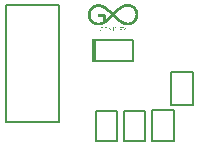
<source format=gto>
G04*
G04 #@! TF.GenerationSoftware,Altium Limited,Altium Designer,20.1.8 (145)*
G04*
G04 Layer_Color=65535*
%FSLAX25Y25*%
%MOIN*%
G70*
G04*
G04 #@! TF.SameCoordinates,512E4665-3E73-43E0-93C0-92F3FB546157*
G04*
G04*
G04 #@! TF.FilePolarity,Positive*
G04*
G01*
G75*
%ADD10C,0.00787*%
%ADD11R,0.01181X0.07480*%
G36*
X33376Y58215D02*
X33609D01*
Y58192D01*
X33748D01*
Y58168D01*
X33865D01*
Y58145D01*
X33981D01*
Y58122D01*
X34074D01*
Y58099D01*
X34144D01*
Y58075D01*
X34237D01*
Y58052D01*
X34306D01*
Y58029D01*
X34376D01*
Y58006D01*
X34446D01*
Y57982D01*
X34516D01*
Y57959D01*
X34562D01*
Y57936D01*
X34632D01*
Y57913D01*
X34678D01*
Y57889D01*
X34748D01*
Y57866D01*
X34795D01*
Y57843D01*
X34841D01*
Y57820D01*
X34888D01*
Y57796D01*
X34934D01*
Y57773D01*
X34981D01*
Y57750D01*
X35027D01*
Y57727D01*
X35074D01*
Y57703D01*
X35120D01*
Y57680D01*
X35167D01*
Y57657D01*
X35213D01*
Y57634D01*
X35260D01*
Y57610D01*
X35306D01*
Y57587D01*
X35353D01*
Y57564D01*
X35376D01*
Y57541D01*
X35422D01*
Y57517D01*
X35469D01*
Y57494D01*
X35492D01*
Y57471D01*
X35539D01*
Y57448D01*
X35585D01*
Y57424D01*
X35608D01*
Y57401D01*
X35632D01*
Y57378D01*
X35655D01*
Y57355D01*
X35678D01*
Y57331D01*
X35701D01*
Y57308D01*
X35725D01*
Y57285D01*
X35748D01*
Y57262D01*
Y57238D01*
X35771D01*
Y57215D01*
Y57192D01*
Y57169D01*
X35794D01*
Y57145D01*
Y57122D01*
Y57099D01*
Y57076D01*
X35818D01*
Y57052D01*
Y57029D01*
Y57006D01*
Y56983D01*
Y56959D01*
X35794D01*
Y56936D01*
Y56913D01*
Y56890D01*
Y56866D01*
X35771D01*
Y56843D01*
Y56820D01*
X35748D01*
Y56797D01*
Y56773D01*
X35725D01*
Y56750D01*
X35701D01*
Y56727D01*
Y56704D01*
X35678D01*
Y56680D01*
X35655D01*
Y56657D01*
X35608D01*
Y56634D01*
X35585D01*
Y56611D01*
X35539D01*
Y56587D01*
X35469D01*
Y56564D01*
X35353D01*
Y56541D01*
X35329D01*
Y56564D01*
X35190D01*
Y56587D01*
X35143D01*
Y56611D01*
X35097D01*
Y56634D01*
X35050D01*
Y56657D01*
X35004D01*
Y56680D01*
X34981D01*
Y56704D01*
X34934D01*
Y56727D01*
X34888D01*
Y56750D01*
X34864D01*
Y56773D01*
X34818D01*
Y56797D01*
X34771D01*
Y56820D01*
X34725D01*
Y56843D01*
X34678D01*
Y56866D01*
X34632D01*
Y56890D01*
X34585D01*
Y56913D01*
X34539D01*
Y56936D01*
X34492D01*
Y56959D01*
X34446D01*
Y56983D01*
X34399D01*
Y57006D01*
X34353D01*
Y57029D01*
X34283D01*
Y57052D01*
X34237D01*
Y57076D01*
X34167D01*
Y57099D01*
X34097D01*
Y57122D01*
X34027D01*
Y57145D01*
X33958D01*
Y57169D01*
X33888D01*
Y57192D01*
X33795D01*
Y57215D01*
X33679D01*
Y57238D01*
X33539D01*
Y57262D01*
X33353D01*
Y57285D01*
X32958D01*
Y57262D01*
X32749D01*
Y57238D01*
X32632D01*
Y57215D01*
X32539D01*
Y57192D01*
X32447D01*
Y57169D01*
X32377D01*
Y57145D01*
X32330D01*
Y57122D01*
X32261D01*
Y57099D01*
X32214D01*
Y57076D01*
X32144D01*
Y57052D01*
X32098D01*
Y57029D01*
X32051D01*
Y57006D01*
X32005D01*
Y56983D01*
X31982D01*
Y56959D01*
X31935D01*
Y56936D01*
X31888D01*
Y56913D01*
X31842D01*
Y56890D01*
X31819D01*
Y56866D01*
X31772D01*
Y56843D01*
X31749D01*
Y56820D01*
X31703D01*
Y56797D01*
X31679D01*
Y56773D01*
X31656D01*
Y56750D01*
X31609D01*
Y56727D01*
X31586D01*
Y56704D01*
X31563D01*
Y56680D01*
X31540D01*
Y56657D01*
X31493D01*
Y56634D01*
X31470D01*
Y56611D01*
X31447D01*
Y56587D01*
X31424D01*
Y56564D01*
X31400D01*
Y56541D01*
X31377D01*
Y56518D01*
X31354D01*
Y56494D01*
X31330D01*
Y56471D01*
X31307D01*
Y56448D01*
X31284D01*
Y56425D01*
X31261D01*
Y56401D01*
X31238D01*
Y56378D01*
Y56355D01*
X31214D01*
Y56332D01*
X31191D01*
Y56308D01*
X31168D01*
Y56285D01*
X31144D01*
Y56262D01*
Y56239D01*
X31121D01*
Y56215D01*
X31098D01*
Y56192D01*
X31075D01*
Y56169D01*
Y56146D01*
X31051D01*
Y56122D01*
X31028D01*
Y56099D01*
Y56076D01*
X31005D01*
Y56053D01*
X30982D01*
Y56029D01*
Y56006D01*
X30959D01*
Y55983D01*
Y55960D01*
X30935D01*
Y55936D01*
X30912D01*
Y55913D01*
Y55890D01*
X30889D01*
Y55867D01*
Y55843D01*
X30865D01*
Y55820D01*
Y55797D01*
X30842D01*
Y55774D01*
Y55750D01*
X30819D01*
Y55727D01*
Y55704D01*
Y55681D01*
X30796D01*
Y55657D01*
Y55634D01*
X30773D01*
Y55611D01*
Y55588D01*
Y55564D01*
X30749D01*
Y55541D01*
Y55518D01*
X30726D01*
Y55495D01*
Y55471D01*
Y55448D01*
X30703D01*
Y55425D01*
Y55402D01*
Y55379D01*
Y55355D01*
X30680D01*
Y55332D01*
Y55309D01*
Y55286D01*
Y55262D01*
X30656D01*
Y55239D01*
Y55216D01*
Y55193D01*
Y55169D01*
Y55146D01*
X30633D01*
Y55123D01*
Y55099D01*
Y55076D01*
Y55053D01*
Y55030D01*
Y55006D01*
X30610D01*
Y54983D01*
Y54960D01*
Y54937D01*
Y54914D01*
Y54890D01*
Y54867D01*
Y54844D01*
Y54821D01*
Y54797D01*
Y54774D01*
Y54751D01*
Y54728D01*
Y54704D01*
Y54681D01*
X30586D01*
Y54658D01*
Y54634D01*
Y54611D01*
X30610D01*
Y54588D01*
Y54565D01*
Y54541D01*
Y54518D01*
Y54495D01*
Y54472D01*
Y54448D01*
Y54425D01*
Y54402D01*
Y54379D01*
Y54356D01*
Y54332D01*
Y54309D01*
Y54286D01*
X30633D01*
Y54263D01*
Y54239D01*
Y54216D01*
Y54193D01*
Y54169D01*
Y54146D01*
Y54123D01*
X30656D01*
Y54100D01*
Y54076D01*
Y54053D01*
Y54030D01*
X30680D01*
Y54007D01*
Y53983D01*
Y53960D01*
Y53937D01*
X30703D01*
Y53914D01*
Y53891D01*
Y53867D01*
Y53844D01*
X30726D01*
Y53821D01*
Y53798D01*
Y53774D01*
X30749D01*
Y53751D01*
Y53728D01*
Y53705D01*
X30773D01*
Y53681D01*
Y53658D01*
X30796D01*
Y53635D01*
Y53611D01*
X30819D01*
Y53588D01*
Y53565D01*
Y53542D01*
X30842D01*
Y53518D01*
Y53495D01*
X30865D01*
Y53472D01*
Y53449D01*
X30889D01*
Y53426D01*
Y53402D01*
X30912D01*
Y53379D01*
Y53356D01*
X30935D01*
Y53333D01*
X30959D01*
Y53309D01*
Y53286D01*
X30982D01*
Y53263D01*
Y53240D01*
X31005D01*
Y53216D01*
X31028D01*
Y53193D01*
Y53170D01*
X31051D01*
Y53146D01*
X31075D01*
Y53123D01*
Y53100D01*
X31098D01*
Y53077D01*
X31121D01*
Y53053D01*
X31144D01*
Y53030D01*
Y53007D01*
X31168D01*
Y52984D01*
X31191D01*
Y52961D01*
X31214D01*
Y52937D01*
X31238D01*
Y52914D01*
X31261D01*
Y52891D01*
Y52868D01*
X31284D01*
Y52844D01*
X31307D01*
Y52821D01*
X31330D01*
Y52798D01*
X31354D01*
Y52775D01*
X31377D01*
Y52751D01*
X31400D01*
Y52728D01*
X31447D01*
Y52705D01*
X31470D01*
Y52682D01*
X31493D01*
Y52658D01*
X31517D01*
Y52635D01*
X31540D01*
Y52612D01*
X31563D01*
Y52589D01*
X31609D01*
Y52565D01*
X31633D01*
Y52542D01*
X31656D01*
Y52519D01*
X31703D01*
Y52496D01*
X31726D01*
Y52472D01*
X31772D01*
Y52449D01*
X31795D01*
Y52426D01*
X31842D01*
Y52403D01*
X31888D01*
Y52379D01*
X31935D01*
Y52356D01*
X31982D01*
Y52333D01*
X32028D01*
Y52310D01*
X32074D01*
Y52286D01*
X32121D01*
Y52263D01*
X32168D01*
Y52240D01*
X32237D01*
Y52217D01*
X32307D01*
Y52193D01*
X32377D01*
Y52170D01*
X32447D01*
Y52147D01*
X32539D01*
Y52124D01*
X32656D01*
Y52100D01*
X32818D01*
Y52077D01*
X33121D01*
Y52054D01*
X33307D01*
Y52077D01*
X33609D01*
Y52100D01*
X33772D01*
Y52124D01*
X33888D01*
Y52147D01*
X33981D01*
Y52170D01*
X34074D01*
Y52193D01*
X34167D01*
Y52217D01*
X34237D01*
Y52240D01*
X34306D01*
Y52263D01*
X34353D01*
Y52286D01*
X34423D01*
Y52310D01*
X34469D01*
Y52333D01*
X34539D01*
Y52356D01*
X34585D01*
Y52379D01*
X34632D01*
Y52403D01*
X34678D01*
Y52426D01*
Y52449D01*
Y52472D01*
Y52496D01*
Y52519D01*
Y52542D01*
Y52565D01*
Y52589D01*
Y52612D01*
Y52635D01*
Y52658D01*
Y52682D01*
Y52705D01*
Y52728D01*
Y52751D01*
Y52775D01*
Y52798D01*
Y52821D01*
Y52844D01*
Y52868D01*
Y52891D01*
Y52914D01*
Y52937D01*
Y52961D01*
Y52984D01*
Y53007D01*
Y53030D01*
Y53053D01*
Y53077D01*
Y53100D01*
Y53123D01*
Y53146D01*
Y53170D01*
Y53193D01*
Y53216D01*
Y53240D01*
Y53263D01*
Y53286D01*
Y53309D01*
Y53333D01*
Y53356D01*
Y53379D01*
Y53402D01*
Y53426D01*
Y53449D01*
Y53472D01*
Y53495D01*
Y53518D01*
Y53542D01*
Y53565D01*
Y53588D01*
Y53611D01*
Y53635D01*
Y53658D01*
Y53681D01*
Y53705D01*
Y53728D01*
Y53751D01*
Y53774D01*
Y53798D01*
Y53821D01*
Y53844D01*
Y53867D01*
Y53891D01*
X34655D01*
Y53914D01*
X33307D01*
Y53937D01*
X33260D01*
Y53960D01*
X33214D01*
Y53983D01*
X33167D01*
Y54007D01*
X33144D01*
Y54030D01*
X33121D01*
Y54053D01*
X33097D01*
Y54076D01*
X33074D01*
Y54100D01*
X33051D01*
Y54123D01*
X33028D01*
Y54146D01*
Y54169D01*
X33004D01*
Y54193D01*
Y54216D01*
X32981D01*
Y54239D01*
Y54263D01*
Y54286D01*
Y54309D01*
X32958D01*
Y54332D01*
Y54356D01*
Y54379D01*
Y54402D01*
Y54425D01*
Y54448D01*
X32981D01*
Y54472D01*
Y54495D01*
Y54518D01*
Y54541D01*
X33004D01*
Y54565D01*
Y54588D01*
X33028D01*
Y54611D01*
Y54634D01*
X33051D01*
Y54658D01*
Y54681D01*
X33074D01*
Y54704D01*
X33097D01*
Y54728D01*
X33121D01*
Y54751D01*
X33167D01*
Y54774D01*
X33190D01*
Y54797D01*
X33237D01*
Y54821D01*
X33283D01*
Y54844D01*
X33400D01*
Y54867D01*
X35190D01*
Y54844D01*
X35283D01*
Y54821D01*
X35353D01*
Y54797D01*
X35399D01*
Y54774D01*
X35422D01*
Y54751D01*
X35446D01*
Y54728D01*
X35492D01*
Y54704D01*
Y54681D01*
X35515D01*
Y54658D01*
X35539D01*
Y54634D01*
X35562D01*
Y54611D01*
Y54588D01*
X35585D01*
Y54565D01*
Y54541D01*
Y54518D01*
X35608D01*
Y54495D01*
Y54472D01*
Y54448D01*
Y54425D01*
Y54402D01*
X35632D01*
Y54379D01*
Y54356D01*
Y54332D01*
Y54309D01*
Y54286D01*
Y54263D01*
Y54239D01*
Y54216D01*
Y54193D01*
Y54169D01*
Y54146D01*
Y54123D01*
Y54100D01*
Y54076D01*
Y54053D01*
Y54030D01*
Y54007D01*
Y53983D01*
Y53960D01*
Y53937D01*
Y53914D01*
Y53891D01*
Y53867D01*
Y53844D01*
Y53821D01*
Y53798D01*
Y53774D01*
Y53751D01*
Y53728D01*
Y53705D01*
Y53681D01*
Y53658D01*
Y53635D01*
Y53611D01*
Y53588D01*
Y53565D01*
Y53542D01*
Y53518D01*
Y53495D01*
Y53472D01*
Y53449D01*
Y53426D01*
Y53402D01*
Y53379D01*
Y53356D01*
Y53333D01*
Y53309D01*
Y53286D01*
Y53263D01*
Y53240D01*
Y53216D01*
Y53193D01*
Y53170D01*
Y53146D01*
Y53123D01*
Y53100D01*
Y53077D01*
Y53053D01*
Y53030D01*
Y53007D01*
Y52984D01*
Y52961D01*
Y52937D01*
Y52914D01*
Y52891D01*
Y52868D01*
Y52844D01*
Y52821D01*
Y52798D01*
Y52775D01*
Y52751D01*
Y52728D01*
Y52705D01*
Y52682D01*
Y52658D01*
Y52635D01*
Y52612D01*
Y52589D01*
Y52565D01*
Y52542D01*
Y52519D01*
Y52496D01*
Y52472D01*
Y52449D01*
Y52426D01*
Y52403D01*
Y52379D01*
Y52356D01*
Y52333D01*
Y52310D01*
Y52286D01*
Y52263D01*
Y52240D01*
Y52217D01*
Y52193D01*
Y52170D01*
Y52147D01*
Y52124D01*
Y52100D01*
X35608D01*
Y52077D01*
Y52054D01*
Y52031D01*
Y52007D01*
Y51984D01*
X35585D01*
Y51961D01*
Y51938D01*
Y51914D01*
X35562D01*
Y51891D01*
Y51868D01*
X35539D01*
Y51845D01*
X35515D01*
Y51821D01*
Y51798D01*
X35492D01*
Y51775D01*
X35469D01*
Y51752D01*
X35422D01*
Y51728D01*
X35399D01*
Y51705D01*
X35353D01*
Y51682D01*
X35306D01*
Y51659D01*
X35260D01*
Y51635D01*
X35213D01*
Y51612D01*
X35167D01*
Y51589D01*
X35120D01*
Y51566D01*
X35074D01*
Y51542D01*
X35027D01*
Y51519D01*
X34981D01*
Y51496D01*
X34934D01*
Y51473D01*
X34864D01*
Y51449D01*
X34818D01*
Y51426D01*
X34748D01*
Y51403D01*
X34702D01*
Y51380D01*
X34632D01*
Y51356D01*
X34562D01*
Y51333D01*
X34492D01*
Y51310D01*
X34423D01*
Y51287D01*
X34353D01*
Y51263D01*
X34260D01*
Y51240D01*
X34167D01*
Y51217D01*
X34074D01*
Y51194D01*
X33958D01*
Y51170D01*
X33818D01*
Y51147D01*
X33632D01*
Y51124D01*
X32795D01*
Y51147D01*
X32609D01*
Y51170D01*
X32470D01*
Y51194D01*
X32377D01*
Y51217D01*
X32261D01*
Y51240D01*
X32191D01*
Y51263D01*
X32098D01*
Y51287D01*
X32028D01*
Y51310D01*
X31958D01*
Y51333D01*
X31888D01*
Y51356D01*
X31842D01*
Y51380D01*
X31772D01*
Y51403D01*
X31726D01*
Y51426D01*
X31679D01*
Y51449D01*
X31633D01*
Y51473D01*
X31563D01*
Y51496D01*
X31517D01*
Y51519D01*
X31493D01*
Y51542D01*
X31447D01*
Y51566D01*
X31400D01*
Y51589D01*
X31354D01*
Y51612D01*
X31330D01*
Y51635D01*
X31284D01*
Y51659D01*
X31238D01*
Y51682D01*
X31214D01*
Y51705D01*
X31168D01*
Y51728D01*
X31144D01*
Y51752D01*
X31098D01*
Y51775D01*
X31075D01*
Y51798D01*
X31051D01*
Y51821D01*
X31005D01*
Y51845D01*
X30982D01*
Y51868D01*
X30959D01*
Y51891D01*
X30935D01*
Y51914D01*
X30889D01*
Y51938D01*
X30865D01*
Y51961D01*
X30842D01*
Y51984D01*
X30819D01*
Y52007D01*
X30796D01*
Y52031D01*
X30773D01*
Y52054D01*
X30749D01*
Y52077D01*
X30726D01*
Y52100D01*
X30703D01*
Y52124D01*
X30680D01*
Y52147D01*
X30656D01*
Y52170D01*
X30633D01*
Y52193D01*
X30610D01*
Y52217D01*
X30586D01*
Y52240D01*
X30563D01*
Y52263D01*
X30540D01*
Y52286D01*
X30517D01*
Y52310D01*
X30494D01*
Y52333D01*
Y52356D01*
X30470D01*
Y52379D01*
X30447D01*
Y52403D01*
X30424D01*
Y52426D01*
X30400D01*
Y52449D01*
X30377D01*
Y52472D01*
Y52496D01*
X30354D01*
Y52519D01*
X30331D01*
Y52542D01*
Y52565D01*
X30307D01*
Y52589D01*
X30284D01*
Y52612D01*
X30261D01*
Y52635D01*
Y52658D01*
X30238D01*
Y52682D01*
X30215D01*
Y52705D01*
Y52728D01*
X30191D01*
Y52751D01*
Y52775D01*
X30168D01*
Y52798D01*
X30145D01*
Y52821D01*
Y52844D01*
X30122D01*
Y52868D01*
Y52891D01*
X30098D01*
Y52914D01*
X30075D01*
Y52937D01*
Y52961D01*
X30052D01*
Y52984D01*
Y53007D01*
X30029D01*
Y53030D01*
Y53053D01*
X30005D01*
Y53077D01*
Y53100D01*
X29982D01*
Y53123D01*
Y53146D01*
X29959D01*
Y53170D01*
Y53193D01*
Y53216D01*
X29936D01*
Y53240D01*
Y53263D01*
X29912D01*
Y53286D01*
Y53309D01*
X29889D01*
Y53333D01*
Y53356D01*
Y53379D01*
X29866D01*
Y53402D01*
Y53426D01*
Y53449D01*
X29843D01*
Y53472D01*
Y53495D01*
Y53518D01*
X29819D01*
Y53542D01*
Y53565D01*
Y53588D01*
X29796D01*
Y53611D01*
Y53635D01*
Y53658D01*
X29773D01*
Y53681D01*
Y53705D01*
Y53728D01*
Y53751D01*
X29750D01*
Y53774D01*
Y53798D01*
Y53821D01*
Y53844D01*
X29726D01*
Y53867D01*
Y53891D01*
Y53914D01*
Y53937D01*
Y53960D01*
X29703D01*
Y53983D01*
Y54007D01*
Y54030D01*
Y54053D01*
Y54076D01*
Y54100D01*
X29680D01*
Y54123D01*
Y54146D01*
Y54169D01*
Y54193D01*
Y54216D01*
Y54239D01*
Y54263D01*
X29657D01*
Y54286D01*
Y54309D01*
Y54332D01*
Y54356D01*
Y54379D01*
Y54402D01*
Y54425D01*
Y54448D01*
Y54472D01*
Y54495D01*
Y54518D01*
Y54541D01*
Y54565D01*
Y54588D01*
Y54611D01*
Y54634D01*
Y54658D01*
Y54681D01*
Y54704D01*
Y54728D01*
Y54751D01*
Y54774D01*
Y54797D01*
Y54821D01*
Y54844D01*
Y54867D01*
Y54890D01*
Y54914D01*
Y54937D01*
Y54960D01*
Y54983D01*
Y55006D01*
X29680D01*
Y55030D01*
Y55053D01*
Y55076D01*
Y55099D01*
Y55123D01*
Y55146D01*
Y55169D01*
Y55193D01*
X29703D01*
Y55216D01*
Y55239D01*
Y55262D01*
Y55286D01*
Y55309D01*
Y55332D01*
X29726D01*
Y55355D01*
Y55379D01*
Y55402D01*
Y55425D01*
Y55448D01*
X29750D01*
Y55471D01*
Y55495D01*
Y55518D01*
Y55541D01*
X29773D01*
Y55564D01*
Y55588D01*
Y55611D01*
Y55634D01*
X29796D01*
Y55657D01*
Y55681D01*
Y55704D01*
X29819D01*
Y55727D01*
Y55750D01*
Y55774D01*
X29843D01*
Y55797D01*
Y55820D01*
Y55843D01*
X29866D01*
Y55867D01*
Y55890D01*
Y55913D01*
X29889D01*
Y55936D01*
Y55960D01*
Y55983D01*
X29912D01*
Y56006D01*
Y56029D01*
X29936D01*
Y56053D01*
Y56076D01*
X29959D01*
Y56099D01*
Y56122D01*
Y56146D01*
X29982D01*
Y56169D01*
Y56192D01*
X30005D01*
Y56215D01*
Y56239D01*
X30029D01*
Y56262D01*
Y56285D01*
X30052D01*
Y56308D01*
Y56332D01*
X30075D01*
Y56355D01*
Y56378D01*
X30098D01*
Y56401D01*
X30122D01*
Y56425D01*
Y56448D01*
X30145D01*
Y56471D01*
Y56494D01*
X30168D01*
Y56518D01*
Y56541D01*
X30191D01*
Y56564D01*
X30215D01*
Y56587D01*
Y56611D01*
X30238D01*
Y56634D01*
X30261D01*
Y56657D01*
Y56680D01*
X30284D01*
Y56704D01*
X30307D01*
Y56727D01*
Y56750D01*
X30331D01*
Y56773D01*
X30354D01*
Y56797D01*
X30377D01*
Y56820D01*
Y56843D01*
X30400D01*
Y56866D01*
X30424D01*
Y56890D01*
X30447D01*
Y56913D01*
X30470D01*
Y56936D01*
Y56959D01*
X30494D01*
Y56983D01*
X30517D01*
Y57006D01*
X30540D01*
Y57029D01*
X30563D01*
Y57052D01*
X30586D01*
Y57076D01*
X30610D01*
Y57099D01*
X30633D01*
Y57122D01*
X30656D01*
Y57145D01*
X30680D01*
Y57169D01*
X30703D01*
Y57192D01*
X30726D01*
Y57215D01*
X30749D01*
Y57238D01*
X30773D01*
Y57262D01*
X30796D01*
Y57285D01*
X30819D01*
Y57308D01*
X30842D01*
Y57331D01*
X30865D01*
Y57355D01*
X30889D01*
Y57378D01*
X30912D01*
Y57401D01*
X30935D01*
Y57424D01*
X30982D01*
Y57448D01*
X31005D01*
Y57471D01*
X31028D01*
Y57494D01*
X31051D01*
Y57517D01*
X31098D01*
Y57541D01*
X31121D01*
Y57564D01*
X31168D01*
Y57587D01*
X31191D01*
Y57610D01*
X31214D01*
Y57634D01*
X31261D01*
Y57657D01*
X31284D01*
Y57680D01*
X31330D01*
Y57703D01*
X31377D01*
Y57727D01*
X31400D01*
Y57750D01*
X31447D01*
Y57773D01*
X31493D01*
Y57796D01*
X31517D01*
Y57820D01*
X31563D01*
Y57843D01*
X31609D01*
Y57866D01*
X31656D01*
Y57889D01*
X31703D01*
Y57913D01*
X31772D01*
Y57936D01*
X31819D01*
Y57959D01*
X31865D01*
Y57982D01*
X31935D01*
Y58006D01*
X31982D01*
Y58029D01*
X32051D01*
Y58052D01*
X32121D01*
Y58075D01*
X32191D01*
Y58099D01*
X32261D01*
Y58122D01*
X32353D01*
Y58145D01*
X32447D01*
Y58168D01*
X32563D01*
Y58192D01*
X32726D01*
Y58215D01*
X32935D01*
Y58238D01*
X33376D01*
Y58215D01*
D02*
G37*
G36*
X43234Y58238D02*
X43466D01*
Y58215D01*
X43606D01*
Y58192D01*
X43745D01*
Y58168D01*
X43839D01*
Y58145D01*
X43931D01*
Y58122D01*
X44025D01*
Y58099D01*
X44094D01*
Y58075D01*
X44164D01*
Y58052D01*
X44234D01*
Y58029D01*
X44280D01*
Y58006D01*
X44350D01*
Y57982D01*
X44396D01*
Y57959D01*
X44466D01*
Y57936D01*
X44513D01*
Y57913D01*
X44559D01*
Y57889D01*
X44606D01*
Y57866D01*
X44652D01*
Y57843D01*
X44699D01*
Y57820D01*
X44745D01*
Y57796D01*
X44769D01*
Y57773D01*
X44815D01*
Y57750D01*
X44862D01*
Y57727D01*
X44885D01*
Y57703D01*
X44931D01*
Y57680D01*
X44954D01*
Y57657D01*
X45001D01*
Y57634D01*
X45024D01*
Y57610D01*
X45071D01*
Y57587D01*
X45094D01*
Y57564D01*
X45117D01*
Y57541D01*
X45164D01*
Y57517D01*
X45187D01*
Y57494D01*
X45210D01*
Y57471D01*
X45234D01*
Y57448D01*
X45280D01*
Y57424D01*
X45303D01*
Y57401D01*
X45326D01*
Y57378D01*
X45350D01*
Y57355D01*
X45373D01*
Y57331D01*
X45396D01*
Y57308D01*
X45419D01*
Y57285D01*
X45443D01*
Y57262D01*
X45466D01*
Y57238D01*
X45489D01*
Y57215D01*
X45512D01*
Y57192D01*
X45536D01*
Y57169D01*
X45559D01*
Y57145D01*
X45582D01*
Y57122D01*
X45605D01*
Y57099D01*
X45629D01*
Y57076D01*
X45652D01*
Y57052D01*
X45675D01*
Y57029D01*
Y57006D01*
X45698D01*
Y56983D01*
X45722D01*
Y56959D01*
X45745D01*
Y56936D01*
X45768D01*
Y56913D01*
Y56890D01*
X45791D01*
Y56866D01*
X45815D01*
Y56843D01*
X45838D01*
Y56820D01*
Y56797D01*
X45861D01*
Y56773D01*
X45884D01*
Y56750D01*
X45908D01*
Y56727D01*
Y56704D01*
X45931D01*
Y56680D01*
Y56657D01*
X45954D01*
Y56634D01*
X45977D01*
Y56611D01*
Y56587D01*
X46001D01*
Y56564D01*
X46024D01*
Y56541D01*
Y56518D01*
X46047D01*
Y56494D01*
Y56471D01*
X46070D01*
Y56448D01*
Y56425D01*
X46094D01*
Y56401D01*
Y56378D01*
X46117D01*
Y56355D01*
X46140D01*
Y56332D01*
Y56308D01*
Y56285D01*
X46163D01*
Y56262D01*
Y56239D01*
X46187D01*
Y56215D01*
Y56192D01*
X46210D01*
Y56169D01*
Y56146D01*
X46233D01*
Y56122D01*
Y56099D01*
Y56076D01*
X46256D01*
Y56053D01*
Y56029D01*
X46280D01*
Y56006D01*
Y55983D01*
Y55960D01*
X46303D01*
Y55936D01*
Y55913D01*
Y55890D01*
X46326D01*
Y55867D01*
Y55843D01*
Y55820D01*
X46349D01*
Y55797D01*
Y55774D01*
Y55750D01*
X46373D01*
Y55727D01*
Y55704D01*
Y55681D01*
X46396D01*
Y55657D01*
Y55634D01*
Y55611D01*
Y55588D01*
X46419D01*
Y55564D01*
Y55541D01*
Y55518D01*
Y55495D01*
Y55471D01*
X46442D01*
Y55448D01*
Y55425D01*
Y55402D01*
Y55379D01*
Y55355D01*
X46466D01*
Y55332D01*
Y55309D01*
Y55286D01*
Y55262D01*
Y55239D01*
Y55216D01*
X46489D01*
Y55193D01*
Y55169D01*
Y55146D01*
Y55123D01*
Y55099D01*
Y55076D01*
Y55053D01*
Y55030D01*
Y55006D01*
X46512D01*
Y54983D01*
Y54960D01*
Y54937D01*
Y54914D01*
Y54890D01*
Y54867D01*
Y54844D01*
Y54821D01*
Y54797D01*
Y54774D01*
Y54751D01*
Y54728D01*
Y54704D01*
Y54681D01*
Y54658D01*
Y54634D01*
Y54611D01*
Y54588D01*
Y54565D01*
Y54541D01*
Y54518D01*
Y54495D01*
Y54472D01*
Y54448D01*
X46489D01*
Y54425D01*
Y54402D01*
Y54379D01*
Y54356D01*
Y54332D01*
Y54309D01*
Y54286D01*
Y54263D01*
Y54239D01*
X46466D01*
Y54216D01*
Y54193D01*
Y54169D01*
Y54146D01*
Y54123D01*
Y54100D01*
X46442D01*
Y54076D01*
Y54053D01*
Y54030D01*
Y54007D01*
Y53983D01*
Y53960D01*
X46419D01*
Y53937D01*
Y53914D01*
Y53891D01*
Y53867D01*
X46396D01*
Y53844D01*
Y53821D01*
Y53798D01*
Y53774D01*
X46373D01*
Y53751D01*
Y53728D01*
Y53705D01*
X46349D01*
Y53681D01*
Y53658D01*
Y53635D01*
Y53611D01*
X46326D01*
Y53588D01*
Y53565D01*
Y53542D01*
X46303D01*
Y53518D01*
Y53495D01*
X46280D01*
Y53472D01*
Y53449D01*
Y53426D01*
X46256D01*
Y53402D01*
Y53379D01*
Y53356D01*
X46233D01*
Y53333D01*
Y53309D01*
X46210D01*
Y53286D01*
Y53263D01*
Y53240D01*
X46187D01*
Y53216D01*
Y53193D01*
X46163D01*
Y53170D01*
Y53146D01*
X46140D01*
Y53123D01*
Y53100D01*
X46117D01*
Y53077D01*
Y53053D01*
X46094D01*
Y53030D01*
Y53007D01*
X46070D01*
Y52984D01*
Y52961D01*
X46047D01*
Y52937D01*
X46024D01*
Y52914D01*
Y52891D01*
X46001D01*
Y52868D01*
Y52844D01*
X45977D01*
Y52821D01*
X45954D01*
Y52798D01*
Y52775D01*
X45931D01*
Y52751D01*
X45908D01*
Y52728D01*
Y52705D01*
X45884D01*
Y52682D01*
X45861D01*
Y52658D01*
Y52635D01*
X45838D01*
Y52612D01*
X45815D01*
Y52589D01*
Y52565D01*
X45791D01*
Y52542D01*
X45768D01*
Y52519D01*
X45745D01*
Y52496D01*
X45722D01*
Y52472D01*
Y52449D01*
X45698D01*
Y52426D01*
X45675D01*
Y52403D01*
X45652D01*
Y52379D01*
X45629D01*
Y52356D01*
X45605D01*
Y52333D01*
Y52310D01*
X45582D01*
Y52286D01*
X45559D01*
Y52263D01*
X45536D01*
Y52240D01*
X45512D01*
Y52217D01*
X45489D01*
Y52193D01*
X45466D01*
Y52170D01*
X45443D01*
Y52147D01*
X45419D01*
Y52124D01*
X45396D01*
Y52100D01*
X45373D01*
Y52077D01*
X45350D01*
Y52054D01*
X45326D01*
Y52031D01*
X45280D01*
Y52007D01*
X45257D01*
Y51984D01*
X45234D01*
Y51961D01*
X45210D01*
Y51938D01*
X45187D01*
Y51914D01*
X45140D01*
Y51891D01*
X45117D01*
Y51868D01*
X45094D01*
Y51845D01*
X45071D01*
Y51821D01*
X45024D01*
Y51798D01*
X45001D01*
Y51775D01*
X44954D01*
Y51752D01*
X44931D01*
Y51728D01*
X44885D01*
Y51705D01*
X44862D01*
Y51682D01*
X44815D01*
Y51659D01*
X44792D01*
Y51635D01*
X44745D01*
Y51612D01*
X44699D01*
Y51589D01*
X44675D01*
Y51566D01*
X44629D01*
Y51542D01*
X44583D01*
Y51519D01*
X44536D01*
Y51496D01*
X44489D01*
Y51473D01*
X44443D01*
Y51449D01*
X44396D01*
Y51426D01*
X44327D01*
Y51403D01*
X44280D01*
Y51380D01*
X44234D01*
Y51356D01*
X44164D01*
Y51333D01*
X44094D01*
Y51310D01*
X44025D01*
Y51287D01*
X43955D01*
Y51263D01*
X43885D01*
Y51240D01*
X43792D01*
Y51217D01*
X43676D01*
Y51194D01*
X43560D01*
Y51170D01*
X43397D01*
Y51147D01*
X43118D01*
Y51124D01*
X42885D01*
Y51147D01*
X42583D01*
Y51170D01*
X42420D01*
Y51194D01*
X42304D01*
Y51217D01*
X42188D01*
Y51240D01*
X42095D01*
Y51263D01*
X42002D01*
Y51287D01*
X41932D01*
Y51310D01*
X41862D01*
Y51333D01*
X41793D01*
Y51356D01*
X41723D01*
Y51380D01*
X41653D01*
Y51403D01*
X41583D01*
Y51426D01*
X41537D01*
Y51449D01*
X41467D01*
Y51473D01*
X41421D01*
Y51496D01*
X41374D01*
Y51519D01*
X41304D01*
Y51542D01*
X41258D01*
Y51566D01*
X41211D01*
Y51589D01*
X41165D01*
Y51612D01*
X41118D01*
Y51635D01*
X41072D01*
Y51659D01*
X41025D01*
Y51682D01*
X40979D01*
Y51705D01*
X40932D01*
Y51728D01*
X40886D01*
Y51752D01*
X40863D01*
Y51775D01*
X40816D01*
Y51798D01*
X40770D01*
Y51821D01*
X40723D01*
Y51845D01*
X40700D01*
Y51868D01*
X40653D01*
Y51891D01*
X40607D01*
Y51914D01*
X40584D01*
Y51938D01*
X40537D01*
Y51961D01*
X40514D01*
Y51984D01*
X40467D01*
Y52007D01*
X40444D01*
Y52031D01*
X40398D01*
Y52054D01*
X40374D01*
Y52077D01*
X40328D01*
Y52100D01*
X40305D01*
Y52124D01*
X40258D01*
Y52147D01*
X40235D01*
Y52170D01*
X40188D01*
Y52193D01*
X40165D01*
Y52217D01*
X40119D01*
Y52240D01*
X40095D01*
Y52263D01*
X40072D01*
Y52286D01*
X40026D01*
Y52310D01*
X40002D01*
Y52333D01*
X39956D01*
Y52356D01*
X39933D01*
Y52379D01*
X39909D01*
Y52403D01*
X39863D01*
Y52426D01*
X39840D01*
Y52449D01*
X39816D01*
Y52472D01*
X39793D01*
Y52496D01*
X39747D01*
Y52519D01*
X39723D01*
Y52542D01*
X39700D01*
Y52565D01*
X39654D01*
Y52589D01*
X39630D01*
Y52612D01*
X39607D01*
Y52635D01*
X39584D01*
Y52658D01*
X39537D01*
Y52682D01*
X39514D01*
Y52705D01*
X39491D01*
Y52728D01*
X39468D01*
Y52751D01*
X39421D01*
Y52775D01*
X39398D01*
Y52798D01*
X39375D01*
Y52821D01*
X39351D01*
Y52844D01*
X39328D01*
Y52868D01*
X39282D01*
Y52891D01*
X39258D01*
Y52914D01*
X39235D01*
Y52937D01*
X39212D01*
Y52961D01*
X39189D01*
Y52984D01*
X39142D01*
Y53007D01*
X39119D01*
Y53030D01*
X39096D01*
Y53053D01*
X39072D01*
Y53077D01*
X39049D01*
Y53100D01*
X39026D01*
Y53123D01*
X39003D01*
Y53146D01*
X38980D01*
Y53170D01*
X38956D01*
Y53193D01*
X38933D01*
Y53216D01*
X38910D01*
Y53240D01*
X38886D01*
Y53263D01*
X38863D01*
Y53286D01*
X38840D01*
Y53309D01*
X38794D01*
Y53333D01*
X38770D01*
Y53356D01*
X38747D01*
Y53379D01*
X38724D01*
Y53402D01*
X38701D01*
Y53426D01*
X38677D01*
Y53449D01*
X38654D01*
Y53472D01*
X38631D01*
Y53495D01*
X38607D01*
Y53518D01*
X38584D01*
Y53542D01*
X38561D01*
Y53565D01*
X38538D01*
Y53588D01*
X38515D01*
Y53611D01*
X38491D01*
Y53635D01*
X38468D01*
Y53658D01*
X38445D01*
Y53681D01*
X38421D01*
Y53705D01*
X38398D01*
Y53728D01*
X38375D01*
Y53751D01*
X38352D01*
Y53774D01*
X38328D01*
Y53798D01*
X38305D01*
Y53821D01*
X38282D01*
Y53844D01*
X38259D01*
Y53867D01*
X38236D01*
Y53891D01*
X38212D01*
Y53914D01*
X38189D01*
Y53937D01*
X38142D01*
Y53960D01*
X38119D01*
Y53983D01*
X38096D01*
Y54007D01*
X38073D01*
Y53983D01*
X38050D01*
Y53960D01*
X38026D01*
Y53937D01*
X38003D01*
Y53914D01*
X37980D01*
Y53891D01*
X37957D01*
Y53867D01*
X37933D01*
Y53844D01*
X37910D01*
Y53821D01*
X37887D01*
Y53798D01*
X37863D01*
Y53774D01*
X37840D01*
Y53751D01*
X37817D01*
Y53728D01*
X37794D01*
Y53705D01*
X37771D01*
Y53681D01*
Y53658D01*
X37747D01*
Y53635D01*
X37724D01*
Y53611D01*
X37701D01*
Y53588D01*
X37677D01*
Y53565D01*
X37654D01*
Y53542D01*
X37631D01*
Y53518D01*
X37608D01*
Y53495D01*
X37584D01*
Y53472D01*
X37561D01*
Y53449D01*
X37538D01*
Y53426D01*
X37515D01*
Y53402D01*
X37492D01*
Y53379D01*
X37468D01*
Y53356D01*
X37445D01*
Y53333D01*
X37422D01*
Y53309D01*
X37398D01*
Y53286D01*
X37375D01*
Y53263D01*
X37352D01*
Y53240D01*
X37329D01*
Y53216D01*
X37306D01*
Y53193D01*
X37282D01*
Y53170D01*
X37259D01*
Y53146D01*
X37236D01*
Y53123D01*
X37212D01*
Y53100D01*
X37189D01*
Y53077D01*
X37143D01*
Y53053D01*
X37119D01*
Y53030D01*
X37096D01*
Y53007D01*
X37073D01*
Y52984D01*
X37050D01*
Y52961D01*
X37027D01*
Y52937D01*
X37003D01*
Y52914D01*
X36980D01*
Y52891D01*
X36957D01*
Y52868D01*
X36933D01*
Y52844D01*
X36910D01*
Y52821D01*
X36887D01*
Y52798D01*
X36864D01*
Y52775D01*
X36841D01*
Y52751D01*
X36794D01*
Y52728D01*
X36771D01*
Y52705D01*
X36748D01*
Y52682D01*
X36724D01*
Y52658D01*
X36701D01*
Y52635D01*
X36678D01*
Y52612D01*
X36654D01*
Y52589D01*
X36631D01*
Y52565D01*
X36585D01*
Y52542D01*
X36562D01*
Y52519D01*
X36538D01*
Y52496D01*
X36515D01*
Y52472D01*
X36492D01*
Y52449D01*
X36468D01*
Y52426D01*
X36422D01*
Y52403D01*
X36399D01*
Y52379D01*
X36376D01*
Y52356D01*
X36352D01*
Y52333D01*
X36306D01*
Y52310D01*
X36283D01*
Y52286D01*
X36259D01*
Y52263D01*
X36236D01*
Y52240D01*
X36190D01*
Y52217D01*
X36166D01*
Y52193D01*
X36143D01*
Y52170D01*
X36097D01*
Y52147D01*
X36073D01*
Y52124D01*
X36050D01*
Y52100D01*
X36004D01*
Y52077D01*
X35980D01*
Y52054D01*
X35934D01*
Y52031D01*
X35911D01*
Y52007D01*
X35864D01*
Y51984D01*
X35841D01*
Y51961D01*
X35794D01*
Y51938D01*
X35771D01*
Y51914D01*
X35725D01*
Y51891D01*
X35678D01*
Y51868D01*
X35655D01*
Y51891D01*
Y51914D01*
X35678D01*
Y51938D01*
Y51961D01*
Y51984D01*
X35701D01*
Y52007D01*
Y52031D01*
Y52054D01*
Y52077D01*
Y52100D01*
Y52124D01*
Y52147D01*
Y52170D01*
Y52193D01*
Y52217D01*
Y52240D01*
Y52263D01*
Y52286D01*
Y52310D01*
Y52333D01*
Y52356D01*
Y52379D01*
Y52403D01*
Y52426D01*
Y52449D01*
Y52472D01*
Y52496D01*
Y52519D01*
Y52542D01*
Y52565D01*
Y52589D01*
Y52612D01*
Y52635D01*
Y52658D01*
Y52682D01*
Y52705D01*
Y52728D01*
Y52751D01*
Y52775D01*
Y52798D01*
Y52821D01*
Y52844D01*
Y52868D01*
Y52891D01*
Y52914D01*
Y52937D01*
Y52961D01*
Y52984D01*
Y53007D01*
Y53030D01*
Y53053D01*
Y53077D01*
X35748D01*
Y53100D01*
X35771D01*
Y53123D01*
X35794D01*
Y53146D01*
X35818D01*
Y53170D01*
X35864D01*
Y53193D01*
X35887D01*
Y53216D01*
X35911D01*
Y53240D01*
X35934D01*
Y53263D01*
X35957D01*
Y53286D01*
X35980D01*
Y53309D01*
X36027D01*
Y53333D01*
X36050D01*
Y53356D01*
X36073D01*
Y53379D01*
X36097D01*
Y53402D01*
X36120D01*
Y53426D01*
X36143D01*
Y53449D01*
X36166D01*
Y53472D01*
X36190D01*
Y53495D01*
X36213D01*
Y53518D01*
X36259D01*
Y53542D01*
X36283D01*
Y53565D01*
X36306D01*
Y53588D01*
X36329D01*
Y53611D01*
X36352D01*
Y53635D01*
X36376D01*
Y53658D01*
X36399D01*
Y53681D01*
X36422D01*
Y53705D01*
X36445D01*
Y53728D01*
X36468D01*
Y53751D01*
X36492D01*
Y53774D01*
X36515D01*
Y53798D01*
X36538D01*
Y53821D01*
X36562D01*
Y53844D01*
X36585D01*
Y53867D01*
X36608D01*
Y53891D01*
X36631D01*
Y53914D01*
X36654D01*
Y53937D01*
X36678D01*
Y53960D01*
X36701D01*
Y53983D01*
X36724D01*
Y54007D01*
X36748D01*
Y54030D01*
X36771D01*
Y54053D01*
X36794D01*
Y54076D01*
X36817D01*
Y54100D01*
X36841D01*
Y54123D01*
X36864D01*
Y54146D01*
X36887D01*
Y54169D01*
X36910D01*
Y54193D01*
X36933D01*
Y54216D01*
X36957D01*
Y54239D01*
X36980D01*
Y54263D01*
X37003D01*
Y54286D01*
X37027D01*
Y54309D01*
X37050D01*
Y54332D01*
X37073D01*
Y54356D01*
X37096D01*
Y54379D01*
X37119D01*
Y54402D01*
X37143D01*
Y54425D01*
X37166D01*
Y54448D01*
X37189D01*
Y54472D01*
X37212D01*
Y54495D01*
X37236D01*
Y54518D01*
X37259D01*
Y54541D01*
X37282D01*
Y54565D01*
X37306D01*
Y54588D01*
X37329D01*
Y54611D01*
X37352D01*
Y54634D01*
X37375D01*
Y54658D01*
Y54681D01*
Y54704D01*
X37352D01*
Y54728D01*
X37329D01*
Y54751D01*
X37306D01*
Y54774D01*
X37282D01*
Y54797D01*
X37259D01*
Y54821D01*
X37236D01*
Y54844D01*
X37212D01*
Y54867D01*
X37189D01*
Y54890D01*
X37166D01*
Y54914D01*
X37119D01*
Y54937D01*
X37096D01*
Y54960D01*
X37073D01*
Y54983D01*
X37050D01*
Y55006D01*
X37027D01*
Y55030D01*
X37003D01*
Y55053D01*
X36980D01*
Y55076D01*
X36957D01*
Y55099D01*
X36933D01*
Y55123D01*
X36910D01*
Y55146D01*
X36887D01*
Y55169D01*
X36864D01*
Y55193D01*
X36841D01*
Y55216D01*
X36794D01*
Y55239D01*
X36771D01*
Y55262D01*
X36748D01*
Y55286D01*
X36724D01*
Y55309D01*
X36701D01*
Y55332D01*
X36678D01*
Y55355D01*
X36654D01*
Y55379D01*
X36631D01*
Y55402D01*
X36608D01*
Y55425D01*
X36585D01*
Y55448D01*
X36562D01*
Y55471D01*
X36515D01*
Y55495D01*
X36492D01*
Y55518D01*
X36468D01*
Y55541D01*
X36445D01*
Y55564D01*
X36422D01*
Y55588D01*
X36399D01*
Y55611D01*
X36376D01*
Y55634D01*
X36352D01*
Y55657D01*
X36306D01*
Y55681D01*
X36283D01*
Y55704D01*
X36259D01*
Y55727D01*
X36236D01*
Y55750D01*
X36213D01*
Y55774D01*
X36190D01*
Y55797D01*
X36166D01*
Y55820D01*
X36120D01*
Y55843D01*
X36097D01*
Y55867D01*
X36073D01*
Y55890D01*
X36050D01*
Y55913D01*
X36027D01*
Y55936D01*
X36004D01*
Y55960D01*
X35957D01*
Y55983D01*
X35934D01*
Y56006D01*
X35911D01*
Y56029D01*
X35887D01*
Y56053D01*
X35864D01*
Y56076D01*
X35841D01*
Y56099D01*
X35794D01*
Y56122D01*
X35771D01*
Y56146D01*
X35748D01*
Y56169D01*
X35725D01*
Y56192D01*
X35678D01*
Y56215D01*
X35655D01*
Y56239D01*
X35632D01*
Y56262D01*
X35608D01*
Y56285D01*
X35562D01*
Y56308D01*
X35539D01*
Y56332D01*
X35515D01*
Y56355D01*
X35469D01*
Y56378D01*
X35446D01*
Y56401D01*
X35422D01*
Y56425D01*
X35376D01*
Y56448D01*
X35353D01*
Y56471D01*
X35469D01*
Y56494D01*
X35539D01*
Y56518D01*
X35585D01*
Y56541D01*
X35632D01*
Y56564D01*
X35678D01*
Y56587D01*
X35701D01*
Y56611D01*
X35725D01*
Y56634D01*
X35748D01*
Y56657D01*
X35771D01*
Y56680D01*
X35794D01*
Y56704D01*
Y56727D01*
X35818D01*
Y56750D01*
Y56773D01*
X35841D01*
Y56797D01*
Y56820D01*
X35864D01*
Y56843D01*
Y56866D01*
Y56890D01*
X35887D01*
Y56913D01*
Y56936D01*
Y56959D01*
Y56983D01*
Y57006D01*
Y57029D01*
Y57052D01*
Y57076D01*
Y57099D01*
Y57122D01*
Y57145D01*
Y57169D01*
X35864D01*
Y57192D01*
Y57215D01*
Y57238D01*
X35841D01*
Y57262D01*
Y57285D01*
X35864D01*
Y57262D01*
X35887D01*
Y57238D01*
X35934D01*
Y57215D01*
X35957D01*
Y57192D01*
X35980D01*
Y57169D01*
X36027D01*
Y57145D01*
X36050D01*
Y57122D01*
X36073D01*
Y57099D01*
X36120D01*
Y57076D01*
X36143D01*
Y57052D01*
X36166D01*
Y57029D01*
X36213D01*
Y57006D01*
X36236D01*
Y56983D01*
X36259D01*
Y56959D01*
X36283D01*
Y56936D01*
X36329D01*
Y56913D01*
X36352D01*
Y56890D01*
X36376D01*
Y56866D01*
X36399D01*
Y56843D01*
X36445D01*
Y56820D01*
X36468D01*
Y56797D01*
X36492D01*
Y56773D01*
X36515D01*
Y56750D01*
X36538D01*
Y56727D01*
X36585D01*
Y56704D01*
X36608D01*
Y56680D01*
X36631D01*
Y56657D01*
X36654D01*
Y56634D01*
X36678D01*
Y56611D01*
X36701D01*
Y56587D01*
X36748D01*
Y56564D01*
X36771D01*
Y56541D01*
X36794D01*
Y56518D01*
X36817D01*
Y56494D01*
X36841D01*
Y56471D01*
X36864D01*
Y56448D01*
X36887D01*
Y56425D01*
X36933D01*
Y56401D01*
X36957D01*
Y56378D01*
X36980D01*
Y56355D01*
X37003D01*
Y56332D01*
X37027D01*
Y56308D01*
X37050D01*
Y56285D01*
X37073D01*
Y56262D01*
X37096D01*
Y56239D01*
X37143D01*
Y56215D01*
X37166D01*
Y56192D01*
X37189D01*
Y56169D01*
X37212D01*
Y56146D01*
X37236D01*
Y56122D01*
X37259D01*
Y56099D01*
X37282D01*
Y56076D01*
X37306D01*
Y56053D01*
X37329D01*
Y56029D01*
X37352D01*
Y56006D01*
X37398D01*
Y55983D01*
X37422D01*
Y55960D01*
X37445D01*
Y55936D01*
X37468D01*
Y55913D01*
X37492D01*
Y55890D01*
X37515D01*
Y55867D01*
X37538D01*
Y55843D01*
X37561D01*
Y55820D01*
X37584D01*
Y55797D01*
X37608D01*
Y55774D01*
X37631D01*
Y55750D01*
X37654D01*
Y55727D01*
X37701D01*
Y55704D01*
X37724D01*
Y55681D01*
X37747D01*
Y55657D01*
X37771D01*
Y55634D01*
X37794D01*
Y55611D01*
X37817D01*
Y55588D01*
X37840D01*
Y55564D01*
X37863D01*
Y55541D01*
X37887D01*
Y55518D01*
X37910D01*
Y55495D01*
X37933D01*
Y55471D01*
X37957D01*
Y55448D01*
X37980D01*
Y55425D01*
X38003D01*
Y55402D01*
X38026D01*
Y55379D01*
X38073D01*
Y55402D01*
X38096D01*
Y55425D01*
X38119D01*
Y55448D01*
X38142D01*
Y55471D01*
X38166D01*
Y55495D01*
X38189D01*
Y55518D01*
X38212D01*
Y55541D01*
X38236D01*
Y55564D01*
X38259D01*
Y55588D01*
X38282D01*
Y55611D01*
X38305D01*
Y55634D01*
X38328D01*
Y55657D01*
X38352D01*
Y55681D01*
X38375D01*
Y55704D01*
X38398D01*
Y55727D01*
X38421D01*
Y55750D01*
X38445D01*
Y55774D01*
X38468D01*
Y55797D01*
X38491D01*
Y55820D01*
X38515D01*
Y55843D01*
X38538D01*
Y55867D01*
X38561D01*
Y55890D01*
X38584D01*
Y55913D01*
X38607D01*
Y55936D01*
X38631D01*
Y55960D01*
X38654D01*
Y55983D01*
X38677D01*
Y56006D01*
X38701D01*
Y56029D01*
X38724D01*
Y56053D01*
X38747D01*
Y56076D01*
X38770D01*
Y56099D01*
X38794D01*
Y56122D01*
X38817D01*
Y56146D01*
X38840D01*
Y56169D01*
X38863D01*
Y56192D01*
X38886D01*
Y56215D01*
X38910D01*
Y56239D01*
X38933D01*
Y56262D01*
X38956D01*
Y56285D01*
X38980D01*
Y56308D01*
X39003D01*
Y56332D01*
X39049D01*
Y56355D01*
X39072D01*
Y56378D01*
X39096D01*
Y56401D01*
X39119D01*
Y56425D01*
X39142D01*
Y56448D01*
X39165D01*
Y56471D01*
X39189D01*
Y56494D01*
X39212D01*
Y56518D01*
X39235D01*
Y56541D01*
X39258D01*
Y56564D01*
X39282D01*
Y56587D01*
X39328D01*
Y56611D01*
X39351D01*
Y56634D01*
X39375D01*
Y56657D01*
X39398D01*
Y56680D01*
X39421D01*
Y56704D01*
X39444D01*
Y56727D01*
X39468D01*
Y56750D01*
X39514D01*
Y56773D01*
X39537D01*
Y56797D01*
X39561D01*
Y56820D01*
X39584D01*
Y56843D01*
X39607D01*
Y56866D01*
X39630D01*
Y56890D01*
X39677D01*
Y56913D01*
X39700D01*
Y56936D01*
X39723D01*
Y56959D01*
X39747D01*
Y56983D01*
X39793D01*
Y57006D01*
X39816D01*
Y57029D01*
X39840D01*
Y57052D01*
X39863D01*
Y57076D01*
X39909D01*
Y57099D01*
X39933D01*
Y57122D01*
X39956D01*
Y57145D01*
X40002D01*
Y57169D01*
X40026D01*
Y57192D01*
X40049D01*
Y57215D01*
X40095D01*
Y57238D01*
X40119D01*
Y57262D01*
X40142D01*
Y57285D01*
X40188D01*
Y57308D01*
X40212D01*
Y57331D01*
X40258D01*
Y57355D01*
X40281D01*
Y57378D01*
X40328D01*
Y57401D01*
X40351D01*
Y57424D01*
X40398D01*
Y57448D01*
X40421D01*
Y57471D01*
X40467D01*
Y57494D01*
X40491D01*
Y57517D01*
X40537D01*
Y57541D01*
X40584D01*
Y57564D01*
X40607D01*
Y57587D01*
X40653D01*
Y57610D01*
X40700D01*
Y57634D01*
X40723D01*
Y57657D01*
X40770D01*
Y57680D01*
X40816D01*
Y57703D01*
X40863D01*
Y57727D01*
X40909D01*
Y57750D01*
X40956D01*
Y57773D01*
X41002D01*
Y57796D01*
X41049D01*
Y57820D01*
X41095D01*
Y57843D01*
X41142D01*
Y57866D01*
X41188D01*
Y57889D01*
X41258D01*
Y57913D01*
X41304D01*
Y57936D01*
X41374D01*
Y57959D01*
X41421D01*
Y57982D01*
X41490D01*
Y58006D01*
X41560D01*
Y58029D01*
X41630D01*
Y58052D01*
X41700D01*
Y58075D01*
X41769D01*
Y58099D01*
X41839D01*
Y58122D01*
X41932D01*
Y58145D01*
X42025D01*
Y58168D01*
X42141D01*
Y58192D01*
X42258D01*
Y58215D01*
X42420D01*
Y58238D01*
X42653D01*
Y58261D01*
X43234D01*
Y58238D01*
D02*
G37*
G36*
X34492Y50519D02*
X34585D01*
Y50496D01*
X34632D01*
Y50473D01*
X34678D01*
Y50450D01*
X34725D01*
Y50426D01*
X34771D01*
Y50403D01*
X34795D01*
Y50380D01*
X34818D01*
Y50357D01*
Y50333D01*
X34795D01*
Y50310D01*
X34771D01*
Y50287D01*
X34702D01*
Y50310D01*
X34678D01*
Y50333D01*
X34655D01*
Y50357D01*
X34609D01*
Y50380D01*
X34562D01*
Y50403D01*
X34492D01*
Y50426D01*
X34167D01*
Y50403D01*
X34097D01*
Y50380D01*
X34027D01*
Y50357D01*
X34004D01*
Y50333D01*
X33958D01*
Y50310D01*
X33934D01*
Y50287D01*
X33911D01*
Y50264D01*
X33888D01*
Y50240D01*
X33865D01*
Y50217D01*
X33841D01*
Y50194D01*
X33818D01*
Y50171D01*
Y50147D01*
X33795D01*
Y50124D01*
Y50101D01*
X33772D01*
Y50078D01*
Y50054D01*
X33748D01*
Y50031D01*
Y50008D01*
Y49985D01*
Y49961D01*
X33725D01*
Y49938D01*
Y49915D01*
Y49892D01*
Y49868D01*
Y49845D01*
Y49822D01*
Y49799D01*
Y49775D01*
Y49752D01*
Y49729D01*
X33748D01*
Y49706D01*
Y49682D01*
Y49659D01*
X33772D01*
Y49636D01*
Y49613D01*
Y49589D01*
X33795D01*
Y49566D01*
X33818D01*
Y49543D01*
Y49520D01*
X33841D01*
Y49496D01*
X33865D01*
Y49473D01*
X33888D01*
Y49450D01*
X33911D01*
Y49427D01*
X33934D01*
Y49403D01*
X33958D01*
Y49380D01*
X33981D01*
Y49357D01*
X34027D01*
Y49334D01*
X34074D01*
Y49310D01*
X34144D01*
Y49287D01*
X34283D01*
Y49264D01*
X34353D01*
Y49287D01*
X34492D01*
Y49310D01*
X34562D01*
Y49334D01*
X34632D01*
Y49357D01*
X34655D01*
Y49380D01*
X34678D01*
Y49403D01*
X34702D01*
Y49427D01*
Y49450D01*
Y49473D01*
Y49496D01*
Y49520D01*
Y49543D01*
Y49566D01*
Y49589D01*
Y49613D01*
Y49636D01*
Y49659D01*
Y49682D01*
Y49706D01*
Y49729D01*
Y49752D01*
Y49775D01*
Y49799D01*
Y49822D01*
Y49845D01*
X34818D01*
Y49822D01*
Y49799D01*
Y49775D01*
Y49752D01*
Y49729D01*
Y49706D01*
Y49682D01*
Y49659D01*
Y49636D01*
Y49613D01*
Y49589D01*
Y49566D01*
Y49543D01*
Y49520D01*
Y49496D01*
Y49473D01*
Y49450D01*
Y49427D01*
Y49403D01*
Y49380D01*
Y49357D01*
Y49334D01*
Y49310D01*
X34771D01*
Y49287D01*
X34748D01*
Y49264D01*
X34702D01*
Y49241D01*
X34655D01*
Y49218D01*
X34609D01*
Y49194D01*
X34516D01*
Y49171D01*
X34120D01*
Y49194D01*
X34051D01*
Y49218D01*
X33981D01*
Y49241D01*
X33934D01*
Y49264D01*
X33911D01*
Y49287D01*
X33865D01*
Y49310D01*
X33841D01*
Y49334D01*
X33818D01*
Y49357D01*
X33795D01*
Y49380D01*
X33772D01*
Y49403D01*
X33748D01*
Y49427D01*
X33725D01*
Y49450D01*
X33702D01*
Y49473D01*
Y49496D01*
X33679D01*
Y49520D01*
Y49543D01*
X33655D01*
Y49566D01*
Y49589D01*
X33632D01*
Y49613D01*
Y49636D01*
Y49659D01*
X33609D01*
Y49682D01*
Y49706D01*
Y49729D01*
Y49752D01*
Y49775D01*
Y49799D01*
Y49822D01*
Y49845D01*
Y49868D01*
Y49892D01*
Y49915D01*
Y49938D01*
Y49961D01*
Y49985D01*
Y50008D01*
Y50031D01*
Y50054D01*
X33632D01*
Y50078D01*
Y50101D01*
Y50124D01*
X33655D01*
Y50147D01*
Y50171D01*
X33679D01*
Y50194D01*
Y50217D01*
X33702D01*
Y50240D01*
X33725D01*
Y50264D01*
Y50287D01*
X33748D01*
Y50310D01*
X33772D01*
Y50333D01*
X33795D01*
Y50357D01*
X33818D01*
Y50380D01*
X33841D01*
Y50403D01*
X33865D01*
Y50426D01*
X33911D01*
Y50450D01*
X33958D01*
Y50473D01*
X34004D01*
Y50496D01*
X34051D01*
Y50519D01*
X34144D01*
Y50543D01*
X34492D01*
Y50519D01*
D02*
G37*
G36*
X42606D02*
X42583D01*
Y50496D01*
Y50473D01*
X42560D01*
Y50450D01*
X42537D01*
Y50426D01*
Y50403D01*
X42513D01*
Y50380D01*
Y50357D01*
X42490D01*
Y50333D01*
X42467D01*
Y50310D01*
Y50287D01*
X42444D01*
Y50264D01*
X42420D01*
Y50240D01*
Y50217D01*
X42397D01*
Y50194D01*
Y50171D01*
X42374D01*
Y50147D01*
X42351D01*
Y50124D01*
Y50101D01*
X42327D01*
Y50078D01*
Y50054D01*
X42304D01*
Y50031D01*
X42281D01*
Y50008D01*
Y49985D01*
X42258D01*
Y49961D01*
Y49938D01*
X42234D01*
Y49915D01*
X42211D01*
Y49892D01*
Y49868D01*
X42188D01*
Y49845D01*
X42165D01*
Y49822D01*
Y49799D01*
X42141D01*
Y49775D01*
Y49752D01*
X42118D01*
Y49729D01*
X42095D01*
Y49706D01*
Y49682D01*
X42072D01*
Y49659D01*
Y49636D01*
X42048D01*
Y49613D01*
Y49589D01*
Y49566D01*
Y49543D01*
Y49520D01*
Y49496D01*
Y49473D01*
Y49450D01*
Y49427D01*
Y49403D01*
Y49380D01*
Y49357D01*
Y49334D01*
Y49310D01*
Y49287D01*
Y49264D01*
Y49241D01*
Y49218D01*
Y49194D01*
Y49171D01*
X41932D01*
Y49194D01*
Y49218D01*
Y49241D01*
Y49264D01*
Y49287D01*
Y49310D01*
Y49334D01*
Y49357D01*
Y49380D01*
Y49403D01*
Y49427D01*
Y49450D01*
Y49473D01*
Y49496D01*
Y49520D01*
Y49543D01*
Y49566D01*
Y49589D01*
Y49613D01*
Y49636D01*
Y49659D01*
X41909D01*
Y49682D01*
X41886D01*
Y49706D01*
Y49729D01*
X41862D01*
Y49752D01*
Y49775D01*
X41839D01*
Y49799D01*
X41816D01*
Y49822D01*
Y49845D01*
X41793D01*
Y49868D01*
Y49892D01*
X41769D01*
Y49915D01*
X41746D01*
Y49938D01*
Y49961D01*
X41723D01*
Y49985D01*
Y50008D01*
X41700D01*
Y50031D01*
X41676D01*
Y50054D01*
Y50078D01*
X41653D01*
Y50101D01*
X41630D01*
Y50124D01*
Y50147D01*
X41607D01*
Y50171D01*
Y50194D01*
X41583D01*
Y50217D01*
X41560D01*
Y50240D01*
Y50264D01*
X41537D01*
Y50287D01*
Y50310D01*
X41514D01*
Y50333D01*
X41490D01*
Y50357D01*
Y50380D01*
X41467D01*
Y50403D01*
Y50426D01*
X41444D01*
Y50450D01*
X41421D01*
Y50473D01*
Y50496D01*
X41397D01*
Y50519D01*
X41374D01*
Y50543D01*
X41537D01*
Y50519D01*
Y50496D01*
X41560D01*
Y50473D01*
Y50450D01*
X41583D01*
Y50426D01*
X41607D01*
Y50403D01*
Y50380D01*
X41630D01*
Y50357D01*
Y50333D01*
X41653D01*
Y50310D01*
X41676D01*
Y50287D01*
Y50264D01*
X41700D01*
Y50240D01*
X41723D01*
Y50217D01*
Y50194D01*
X41746D01*
Y50171D01*
Y50147D01*
X41769D01*
Y50124D01*
X41793D01*
Y50101D01*
Y50078D01*
X41816D01*
Y50054D01*
Y50031D01*
X41839D01*
Y50008D01*
X41862D01*
Y49985D01*
Y49961D01*
X41886D01*
Y49938D01*
Y49915D01*
X41909D01*
Y49892D01*
X41932D01*
Y49868D01*
Y49845D01*
X41955D01*
Y49822D01*
X41979D01*
Y49799D01*
Y49775D01*
X42025D01*
Y49799D01*
Y49822D01*
X42048D01*
Y49845D01*
Y49868D01*
X42072D01*
Y49892D01*
X42095D01*
Y49915D01*
Y49938D01*
X42118D01*
Y49961D01*
X42141D01*
Y49985D01*
Y50008D01*
X42165D01*
Y50031D01*
Y50054D01*
X42188D01*
Y50078D01*
X42211D01*
Y50101D01*
Y50124D01*
X42234D01*
Y50147D01*
Y50171D01*
X42258D01*
Y50194D01*
X42281D01*
Y50217D01*
Y50240D01*
X42304D01*
Y50264D01*
Y50287D01*
X42327D01*
Y50310D01*
X42351D01*
Y50333D01*
Y50357D01*
X42374D01*
Y50380D01*
Y50403D01*
X42397D01*
Y50426D01*
X42420D01*
Y50450D01*
Y50473D01*
X42444D01*
Y50496D01*
X42467D01*
Y50519D01*
Y50543D01*
X42606D01*
Y50519D01*
D02*
G37*
G36*
X39886D02*
Y50496D01*
Y50473D01*
Y50450D01*
Y50426D01*
Y50403D01*
Y50380D01*
Y50357D01*
Y50333D01*
Y50310D01*
Y50287D01*
Y50264D01*
Y50240D01*
Y50217D01*
Y50194D01*
Y50171D01*
Y50147D01*
Y50124D01*
Y50101D01*
Y50078D01*
Y50054D01*
Y50031D01*
Y50008D01*
Y49985D01*
Y49961D01*
Y49938D01*
Y49915D01*
Y49892D01*
Y49868D01*
Y49845D01*
Y49822D01*
Y49799D01*
Y49775D01*
Y49752D01*
Y49729D01*
Y49706D01*
Y49682D01*
Y49659D01*
Y49636D01*
Y49613D01*
Y49589D01*
Y49566D01*
Y49543D01*
Y49520D01*
Y49496D01*
Y49473D01*
Y49450D01*
Y49427D01*
Y49403D01*
Y49380D01*
Y49357D01*
Y49334D01*
Y49310D01*
Y49287D01*
Y49264D01*
Y49241D01*
Y49218D01*
Y49194D01*
Y49171D01*
X39770D01*
Y49194D01*
X39747D01*
Y49218D01*
X39723D01*
Y49241D01*
Y49264D01*
X39700D01*
Y49287D01*
X39677D01*
Y49310D01*
X39654D01*
Y49334D01*
X39630D01*
Y49357D01*
Y49380D01*
X39607D01*
Y49403D01*
X39584D01*
Y49427D01*
X39561D01*
Y49450D01*
X39537D01*
Y49473D01*
Y49496D01*
X39514D01*
Y49520D01*
X39491D01*
Y49543D01*
X39468D01*
Y49566D01*
Y49589D01*
X39444D01*
Y49613D01*
X39421D01*
Y49636D01*
X39398D01*
Y49659D01*
X39375D01*
Y49682D01*
Y49706D01*
X39351D01*
Y49729D01*
X39328D01*
Y49752D01*
X39305D01*
Y49775D01*
X39282D01*
Y49799D01*
Y49822D01*
X39258D01*
Y49845D01*
X39235D01*
Y49868D01*
X39212D01*
Y49892D01*
X39189D01*
Y49915D01*
Y49938D01*
X39165D01*
Y49961D01*
X39142D01*
Y49985D01*
X39119D01*
Y50008D01*
X39096D01*
Y50031D01*
Y50054D01*
X39072D01*
Y50078D01*
X39049D01*
Y50101D01*
X39026D01*
Y50124D01*
Y50147D01*
X39003D01*
Y50171D01*
X38980D01*
Y50194D01*
X38956D01*
Y50217D01*
X38933D01*
Y50240D01*
Y50264D01*
X38910D01*
Y50287D01*
X38886D01*
Y50264D01*
Y50240D01*
Y50217D01*
Y50194D01*
Y50171D01*
Y50147D01*
Y50124D01*
Y50101D01*
Y50078D01*
Y50054D01*
Y50031D01*
Y50008D01*
Y49985D01*
Y49961D01*
Y49938D01*
Y49915D01*
Y49892D01*
Y49868D01*
Y49845D01*
Y49822D01*
Y49799D01*
Y49775D01*
Y49752D01*
Y49729D01*
Y49706D01*
Y49682D01*
Y49659D01*
Y49636D01*
Y49613D01*
Y49589D01*
Y49566D01*
Y49543D01*
Y49520D01*
Y49496D01*
Y49473D01*
Y49450D01*
Y49427D01*
Y49403D01*
Y49380D01*
Y49357D01*
Y49334D01*
Y49310D01*
Y49287D01*
Y49264D01*
Y49241D01*
Y49218D01*
Y49194D01*
Y49171D01*
X38747D01*
Y49194D01*
Y49218D01*
Y49241D01*
Y49264D01*
Y49287D01*
Y49310D01*
Y49334D01*
Y49357D01*
Y49380D01*
Y49403D01*
Y49427D01*
Y49450D01*
Y49473D01*
Y49496D01*
Y49520D01*
Y49543D01*
Y49566D01*
Y49589D01*
Y49613D01*
Y49636D01*
Y49659D01*
Y49682D01*
Y49706D01*
Y49729D01*
Y49752D01*
Y49775D01*
Y49799D01*
Y49822D01*
Y49845D01*
Y49868D01*
Y49892D01*
Y49915D01*
Y49938D01*
Y49961D01*
Y49985D01*
Y50008D01*
Y50031D01*
Y50054D01*
Y50078D01*
Y50101D01*
Y50124D01*
Y50147D01*
Y50171D01*
Y50194D01*
Y50217D01*
Y50240D01*
Y50264D01*
Y50287D01*
Y50310D01*
Y50333D01*
Y50357D01*
Y50380D01*
Y50403D01*
Y50426D01*
Y50450D01*
Y50473D01*
Y50496D01*
Y50519D01*
Y50543D01*
X38863D01*
Y50519D01*
X38886D01*
Y50496D01*
X38910D01*
Y50473D01*
X38933D01*
Y50450D01*
Y50426D01*
X38956D01*
Y50403D01*
X38980D01*
Y50380D01*
X39003D01*
Y50357D01*
X39026D01*
Y50333D01*
Y50310D01*
X39049D01*
Y50287D01*
X39072D01*
Y50264D01*
X39096D01*
Y50240D01*
X39119D01*
Y50217D01*
Y50194D01*
X39142D01*
Y50171D01*
X39165D01*
Y50147D01*
X39189D01*
Y50124D01*
X39212D01*
Y50101D01*
Y50078D01*
X39235D01*
Y50054D01*
X39258D01*
Y50031D01*
X39282D01*
Y50008D01*
X39305D01*
Y49985D01*
Y49961D01*
X39328D01*
Y49938D01*
X39351D01*
Y49915D01*
X39375D01*
Y49892D01*
Y49868D01*
X39398D01*
Y49845D01*
X39421D01*
Y49822D01*
X39444D01*
Y49799D01*
X39468D01*
Y49775D01*
Y49752D01*
X39491D01*
Y49729D01*
X39514D01*
Y49706D01*
X39537D01*
Y49682D01*
X39561D01*
Y49659D01*
Y49636D01*
X39584D01*
Y49613D01*
X39607D01*
Y49589D01*
X39630D01*
Y49566D01*
X39654D01*
Y49543D01*
Y49520D01*
X39677D01*
Y49496D01*
X39700D01*
Y49473D01*
X39723D01*
Y49450D01*
X39770D01*
Y49473D01*
Y49496D01*
Y49520D01*
Y49543D01*
Y49566D01*
Y49589D01*
Y49613D01*
Y49636D01*
Y49659D01*
Y49682D01*
Y49706D01*
Y49729D01*
Y49752D01*
Y49775D01*
Y49799D01*
Y49822D01*
Y49845D01*
Y49868D01*
Y49892D01*
Y49915D01*
Y49938D01*
Y49961D01*
Y49985D01*
Y50008D01*
Y50031D01*
Y50054D01*
Y50078D01*
Y50101D01*
Y50124D01*
Y50147D01*
Y50171D01*
Y50194D01*
Y50217D01*
Y50240D01*
Y50264D01*
Y50287D01*
Y50310D01*
Y50333D01*
Y50357D01*
Y50380D01*
Y50403D01*
Y50426D01*
Y50450D01*
Y50473D01*
Y50496D01*
Y50519D01*
Y50543D01*
X39886D01*
Y50519D01*
D02*
G37*
G36*
X37701D02*
Y50496D01*
Y50473D01*
Y50450D01*
Y50426D01*
Y50403D01*
Y50380D01*
Y50357D01*
Y50333D01*
Y50310D01*
Y50287D01*
Y50264D01*
Y50240D01*
Y50217D01*
Y50194D01*
Y50171D01*
Y50147D01*
Y50124D01*
Y50101D01*
Y50078D01*
Y50054D01*
Y50031D01*
Y50008D01*
Y49985D01*
Y49961D01*
Y49938D01*
Y49915D01*
Y49892D01*
Y49868D01*
Y49845D01*
Y49822D01*
Y49799D01*
Y49775D01*
Y49752D01*
Y49729D01*
Y49706D01*
Y49682D01*
Y49659D01*
Y49636D01*
Y49613D01*
Y49589D01*
Y49566D01*
Y49543D01*
Y49520D01*
Y49496D01*
Y49473D01*
Y49450D01*
Y49427D01*
Y49403D01*
Y49380D01*
Y49357D01*
Y49334D01*
Y49310D01*
Y49287D01*
Y49264D01*
Y49241D01*
Y49218D01*
Y49194D01*
Y49171D01*
X37584D01*
Y49194D01*
X37561D01*
Y49218D01*
X37538D01*
Y49241D01*
X37515D01*
Y49264D01*
X37492D01*
Y49287D01*
Y49310D01*
X37468D01*
Y49334D01*
X37445D01*
Y49357D01*
X37422D01*
Y49380D01*
X37398D01*
Y49403D01*
Y49427D01*
X37375D01*
Y49450D01*
X37352D01*
Y49473D01*
X37329D01*
Y49496D01*
X37306D01*
Y49520D01*
Y49543D01*
X37282D01*
Y49566D01*
X37259D01*
Y49589D01*
X37236D01*
Y49613D01*
X37212D01*
Y49636D01*
Y49659D01*
X37189D01*
Y49682D01*
X37166D01*
Y49706D01*
X37143D01*
Y49729D01*
X37119D01*
Y49752D01*
Y49775D01*
X37096D01*
Y49799D01*
X37073D01*
Y49822D01*
X37050D01*
Y49845D01*
Y49868D01*
X37027D01*
Y49892D01*
X37003D01*
Y49915D01*
X36980D01*
Y49938D01*
X36957D01*
Y49961D01*
Y49985D01*
X36933D01*
Y50008D01*
X36910D01*
Y50031D01*
X36887D01*
Y50054D01*
X36864D01*
Y50078D01*
Y50101D01*
X36841D01*
Y50124D01*
X36817D01*
Y50147D01*
X36794D01*
Y50171D01*
X36771D01*
Y50194D01*
Y50217D01*
X36748D01*
Y50240D01*
X36724D01*
Y50264D01*
X36678D01*
Y50240D01*
Y50217D01*
Y50194D01*
Y50171D01*
Y50147D01*
Y50124D01*
Y50101D01*
Y50078D01*
Y50054D01*
Y50031D01*
Y50008D01*
Y49985D01*
Y49961D01*
Y49938D01*
Y49915D01*
Y49892D01*
Y49868D01*
Y49845D01*
Y49822D01*
Y49799D01*
Y49775D01*
Y49752D01*
Y49729D01*
Y49706D01*
Y49682D01*
Y49659D01*
Y49636D01*
Y49613D01*
Y49589D01*
Y49566D01*
Y49543D01*
Y49520D01*
Y49496D01*
Y49473D01*
Y49450D01*
Y49427D01*
Y49403D01*
Y49380D01*
Y49357D01*
Y49334D01*
Y49310D01*
Y49287D01*
Y49264D01*
Y49241D01*
Y49218D01*
Y49194D01*
Y49171D01*
X36562D01*
Y49194D01*
Y49218D01*
Y49241D01*
Y49264D01*
Y49287D01*
Y49310D01*
Y49334D01*
Y49357D01*
Y49380D01*
Y49403D01*
Y49427D01*
Y49450D01*
Y49473D01*
Y49496D01*
Y49520D01*
Y49543D01*
Y49566D01*
Y49589D01*
Y49613D01*
Y49636D01*
Y49659D01*
Y49682D01*
Y49706D01*
Y49729D01*
Y49752D01*
Y49775D01*
Y49799D01*
Y49822D01*
Y49845D01*
Y49868D01*
Y49892D01*
Y49915D01*
Y49938D01*
Y49961D01*
Y49985D01*
Y50008D01*
Y50031D01*
Y50054D01*
Y50078D01*
Y50101D01*
Y50124D01*
Y50147D01*
Y50171D01*
Y50194D01*
Y50217D01*
Y50240D01*
Y50264D01*
Y50287D01*
Y50310D01*
Y50333D01*
Y50357D01*
Y50380D01*
Y50403D01*
Y50426D01*
Y50450D01*
Y50473D01*
Y50496D01*
Y50519D01*
Y50543D01*
X36678D01*
Y50519D01*
X36701D01*
Y50496D01*
Y50473D01*
X36724D01*
Y50450D01*
X36748D01*
Y50426D01*
X36771D01*
Y50403D01*
X36794D01*
Y50380D01*
Y50357D01*
X36817D01*
Y50333D01*
X36841D01*
Y50310D01*
X36864D01*
Y50287D01*
Y50264D01*
X36887D01*
Y50240D01*
X36910D01*
Y50217D01*
X36933D01*
Y50194D01*
X36957D01*
Y50171D01*
Y50147D01*
X36980D01*
Y50124D01*
X37003D01*
Y50101D01*
X37027D01*
Y50078D01*
X37050D01*
Y50054D01*
Y50031D01*
X37073D01*
Y50008D01*
X37096D01*
Y49985D01*
X37119D01*
Y49961D01*
X37143D01*
Y49938D01*
Y49915D01*
X37166D01*
Y49892D01*
X37189D01*
Y49868D01*
X37212D01*
Y49845D01*
X37236D01*
Y49822D01*
Y49799D01*
X37259D01*
Y49775D01*
X37282D01*
Y49752D01*
X37306D01*
Y49729D01*
X37329D01*
Y49706D01*
Y49682D01*
X37352D01*
Y49659D01*
X37375D01*
Y49636D01*
X37398D01*
Y49613D01*
X37422D01*
Y49589D01*
Y49566D01*
X37445D01*
Y49543D01*
X37468D01*
Y49520D01*
X37492D01*
Y49496D01*
Y49473D01*
X37515D01*
Y49450D01*
X37538D01*
Y49427D01*
X37561D01*
Y49450D01*
Y49473D01*
Y49496D01*
Y49520D01*
Y49543D01*
Y49566D01*
Y49589D01*
Y49613D01*
Y49636D01*
Y49659D01*
Y49682D01*
Y49706D01*
Y49729D01*
Y49752D01*
Y49775D01*
Y49799D01*
Y49822D01*
Y49845D01*
Y49868D01*
Y49892D01*
Y49915D01*
Y49938D01*
Y49961D01*
Y49985D01*
Y50008D01*
Y50031D01*
Y50054D01*
Y50078D01*
Y50101D01*
Y50124D01*
Y50147D01*
Y50171D01*
Y50194D01*
Y50217D01*
Y50240D01*
Y50264D01*
Y50287D01*
Y50310D01*
Y50333D01*
Y50357D01*
Y50380D01*
Y50403D01*
Y50426D01*
Y50450D01*
Y50473D01*
Y50496D01*
Y50519D01*
Y50543D01*
X37701D01*
Y50519D01*
D02*
G37*
G36*
X41281D02*
Y50496D01*
Y50473D01*
Y50450D01*
Y50426D01*
X40491D01*
Y50403D01*
Y50380D01*
Y50357D01*
Y50333D01*
Y50310D01*
Y50287D01*
Y50264D01*
Y50240D01*
Y50217D01*
Y50194D01*
Y50171D01*
Y50147D01*
Y50124D01*
Y50101D01*
Y50078D01*
Y50054D01*
Y50031D01*
Y50008D01*
Y49985D01*
Y49961D01*
Y49938D01*
Y49915D01*
Y49892D01*
Y49868D01*
X41188D01*
Y49845D01*
Y49822D01*
Y49799D01*
Y49775D01*
Y49752D01*
X40491D01*
Y49729D01*
Y49706D01*
Y49682D01*
Y49659D01*
Y49636D01*
Y49613D01*
Y49589D01*
Y49566D01*
Y49543D01*
Y49520D01*
Y49496D01*
Y49473D01*
Y49450D01*
Y49427D01*
Y49403D01*
Y49380D01*
Y49357D01*
Y49334D01*
Y49310D01*
Y49287D01*
Y49264D01*
Y49241D01*
Y49218D01*
Y49194D01*
Y49171D01*
X40351D01*
Y49194D01*
Y49218D01*
Y49241D01*
Y49264D01*
Y49287D01*
Y49310D01*
Y49334D01*
Y49357D01*
Y49380D01*
Y49403D01*
Y49427D01*
Y49450D01*
Y49473D01*
Y49496D01*
Y49520D01*
Y49543D01*
Y49566D01*
Y49589D01*
Y49613D01*
Y49636D01*
Y49659D01*
Y49682D01*
Y49706D01*
Y49729D01*
Y49752D01*
Y49775D01*
Y49799D01*
Y49822D01*
Y49845D01*
Y49868D01*
Y49892D01*
Y49915D01*
Y49938D01*
Y49961D01*
Y49985D01*
Y50008D01*
Y50031D01*
Y50054D01*
Y50078D01*
Y50101D01*
Y50124D01*
Y50147D01*
Y50171D01*
Y50194D01*
Y50217D01*
Y50240D01*
Y50264D01*
Y50287D01*
Y50310D01*
Y50333D01*
Y50357D01*
Y50380D01*
Y50403D01*
Y50426D01*
Y50450D01*
Y50473D01*
Y50496D01*
Y50519D01*
Y50543D01*
X41281D01*
Y50519D01*
D02*
G37*
G36*
X38282D02*
Y50496D01*
Y50473D01*
Y50450D01*
Y50426D01*
Y50403D01*
Y50380D01*
Y50357D01*
Y50333D01*
Y50310D01*
Y50287D01*
Y50264D01*
Y50240D01*
Y50217D01*
Y50194D01*
Y50171D01*
Y50147D01*
Y50124D01*
Y50101D01*
Y50078D01*
Y50054D01*
Y50031D01*
Y50008D01*
Y49985D01*
Y49961D01*
Y49938D01*
Y49915D01*
Y49892D01*
Y49868D01*
Y49845D01*
Y49822D01*
Y49799D01*
Y49775D01*
Y49752D01*
Y49729D01*
Y49706D01*
Y49682D01*
Y49659D01*
Y49636D01*
Y49613D01*
Y49589D01*
Y49566D01*
Y49543D01*
Y49520D01*
Y49496D01*
Y49473D01*
Y49450D01*
Y49427D01*
Y49403D01*
Y49380D01*
Y49357D01*
Y49334D01*
Y49310D01*
Y49287D01*
Y49264D01*
Y49241D01*
Y49218D01*
Y49194D01*
Y49171D01*
X38166D01*
Y49194D01*
Y49218D01*
Y49241D01*
Y49264D01*
Y49287D01*
Y49310D01*
Y49334D01*
Y49357D01*
Y49380D01*
Y49403D01*
Y49427D01*
Y49450D01*
Y49473D01*
Y49496D01*
Y49520D01*
Y49543D01*
Y49566D01*
Y49589D01*
Y49613D01*
Y49636D01*
Y49659D01*
Y49682D01*
Y49706D01*
Y49729D01*
Y49752D01*
Y49775D01*
Y49799D01*
Y49822D01*
Y49845D01*
Y49868D01*
Y49892D01*
Y49915D01*
Y49938D01*
Y49961D01*
Y49985D01*
Y50008D01*
Y50031D01*
Y50054D01*
Y50078D01*
Y50101D01*
Y50124D01*
Y50147D01*
Y50171D01*
Y50194D01*
Y50217D01*
Y50240D01*
Y50264D01*
Y50287D01*
Y50310D01*
Y50333D01*
Y50357D01*
Y50380D01*
Y50403D01*
Y50426D01*
Y50450D01*
Y50473D01*
Y50496D01*
Y50519D01*
Y50543D01*
X38282D01*
Y50519D01*
D02*
G37*
G36*
X36166D02*
Y50496D01*
Y50473D01*
Y50450D01*
Y50426D01*
X35376D01*
Y50403D01*
Y50380D01*
Y50357D01*
Y50333D01*
Y50310D01*
Y50287D01*
Y50264D01*
Y50240D01*
Y50217D01*
Y50194D01*
Y50171D01*
Y50147D01*
Y50124D01*
Y50101D01*
Y50078D01*
Y50054D01*
Y50031D01*
Y50008D01*
Y49985D01*
Y49961D01*
Y49938D01*
Y49915D01*
X36073D01*
Y49892D01*
Y49868D01*
Y49845D01*
Y49822D01*
X35399D01*
Y49799D01*
X35376D01*
Y49775D01*
Y49752D01*
Y49729D01*
Y49706D01*
Y49682D01*
Y49659D01*
Y49636D01*
Y49613D01*
Y49589D01*
Y49566D01*
Y49543D01*
Y49520D01*
Y49496D01*
Y49473D01*
Y49450D01*
Y49427D01*
Y49403D01*
Y49380D01*
Y49357D01*
Y49334D01*
Y49310D01*
Y49287D01*
X36190D01*
Y49264D01*
Y49241D01*
Y49218D01*
Y49194D01*
Y49171D01*
X35236D01*
Y49194D01*
Y49218D01*
Y49241D01*
Y49264D01*
Y49287D01*
Y49310D01*
Y49334D01*
Y49357D01*
Y49380D01*
Y49403D01*
Y49427D01*
Y49450D01*
Y49473D01*
Y49496D01*
Y49520D01*
Y49543D01*
Y49566D01*
Y49589D01*
Y49613D01*
Y49636D01*
Y49659D01*
Y49682D01*
Y49706D01*
Y49729D01*
Y49752D01*
Y49775D01*
Y49799D01*
Y49822D01*
Y49845D01*
Y49868D01*
Y49892D01*
Y49915D01*
Y49938D01*
Y49961D01*
Y49985D01*
Y50008D01*
Y50031D01*
Y50054D01*
Y50078D01*
Y50101D01*
Y50124D01*
Y50147D01*
Y50171D01*
Y50194D01*
Y50217D01*
Y50240D01*
Y50264D01*
Y50287D01*
Y50310D01*
Y50333D01*
Y50357D01*
Y50380D01*
Y50403D01*
Y50426D01*
Y50450D01*
Y50473D01*
Y50496D01*
Y50519D01*
Y50543D01*
X36166D01*
Y50519D01*
D02*
G37*
%LPC*%
G36*
X43118Y57308D02*
X42746D01*
Y57285D01*
X42513D01*
Y57262D01*
X42374D01*
Y57238D01*
X42258D01*
Y57215D01*
X42165D01*
Y57192D01*
X42072D01*
Y57169D01*
X42002D01*
Y57145D01*
X41909D01*
Y57122D01*
X41862D01*
Y57099D01*
X41793D01*
Y57076D01*
X41723D01*
Y57052D01*
X41676D01*
Y57029D01*
X41630D01*
Y57006D01*
X41560D01*
Y56983D01*
X41514D01*
Y56959D01*
X41467D01*
Y56936D01*
X41421D01*
Y56913D01*
X41374D01*
Y56890D01*
X41328D01*
Y56866D01*
X41281D01*
Y56843D01*
X41235D01*
Y56820D01*
X41211D01*
Y56797D01*
X41165D01*
Y56773D01*
X41118D01*
Y56750D01*
X41095D01*
Y56727D01*
X41049D01*
Y56704D01*
X41002D01*
Y56680D01*
X40979D01*
Y56657D01*
X40932D01*
Y56634D01*
X40909D01*
Y56611D01*
X40863D01*
Y56587D01*
X40839D01*
Y56564D01*
X40793D01*
Y56541D01*
X40770D01*
Y56518D01*
X40723D01*
Y56494D01*
X40700D01*
Y56471D01*
X40653D01*
Y56448D01*
X40630D01*
Y56425D01*
X40607D01*
Y56401D01*
X40560D01*
Y56378D01*
X40537D01*
Y56355D01*
X40514D01*
Y56332D01*
X40467D01*
Y56308D01*
X40444D01*
Y56285D01*
X40421D01*
Y56262D01*
X40398D01*
Y56239D01*
X40351D01*
Y56215D01*
X40328D01*
Y56192D01*
X40305D01*
Y56169D01*
X40281D01*
Y56146D01*
X40235D01*
Y56122D01*
X40212D01*
Y56099D01*
X40188D01*
Y56076D01*
X40165D01*
Y56053D01*
X40142D01*
Y56029D01*
X40119D01*
Y56006D01*
X40072D01*
Y55983D01*
X40049D01*
Y55960D01*
X40026D01*
Y55936D01*
X40002D01*
Y55913D01*
X39979D01*
Y55890D01*
X39956D01*
Y55867D01*
X39933D01*
Y55843D01*
X39909D01*
Y55820D01*
X39863D01*
Y55797D01*
X39840D01*
Y55774D01*
X39816D01*
Y55750D01*
X39793D01*
Y55727D01*
X39770D01*
Y55704D01*
X39747D01*
Y55681D01*
X39723D01*
Y55657D01*
X39700D01*
Y55634D01*
X39677D01*
Y55611D01*
X39654D01*
Y55588D01*
X39630D01*
Y55564D01*
X39607D01*
Y55541D01*
X39584D01*
Y55518D01*
X39561D01*
Y55495D01*
X39537D01*
Y55471D01*
X39491D01*
Y55448D01*
X39468D01*
Y55425D01*
X39444D01*
Y55402D01*
X39421D01*
Y55379D01*
X39398D01*
Y55355D01*
X39375D01*
Y55332D01*
X39351D01*
Y55309D01*
X39328D01*
Y55286D01*
X39305D01*
Y55262D01*
X39282D01*
Y55239D01*
X39258D01*
Y55216D01*
X39235D01*
Y55193D01*
X39212D01*
Y55169D01*
X39189D01*
Y55146D01*
X39165D01*
Y55123D01*
X39142D01*
Y55099D01*
X39119D01*
Y55076D01*
X39096D01*
Y55053D01*
X39072D01*
Y55030D01*
X39049D01*
Y55006D01*
X39026D01*
Y54983D01*
X39003D01*
Y54960D01*
X38980D01*
Y54937D01*
X38956D01*
Y54914D01*
X38933D01*
Y54890D01*
X38910D01*
Y54867D01*
X38886D01*
Y54844D01*
X38863D01*
Y54821D01*
X38840D01*
Y54797D01*
X38817D01*
Y54774D01*
X38794D01*
Y54751D01*
X38770D01*
Y54728D01*
X38747D01*
Y54704D01*
X38770D01*
Y54681D01*
X38794D01*
Y54658D01*
X38817D01*
Y54634D01*
X38840D01*
Y54611D01*
X38863D01*
Y54588D01*
X38886D01*
Y54565D01*
X38910D01*
Y54541D01*
X38933D01*
Y54518D01*
X38956D01*
Y54495D01*
X38980D01*
Y54472D01*
X39003D01*
Y54448D01*
X39026D01*
Y54425D01*
X39049D01*
Y54402D01*
X39072D01*
Y54379D01*
X39096D01*
Y54356D01*
X39119D01*
Y54332D01*
X39142D01*
Y54309D01*
X39165D01*
Y54286D01*
X39189D01*
Y54263D01*
X39212D01*
Y54239D01*
X39235D01*
Y54216D01*
X39258D01*
Y54193D01*
X39305D01*
Y54169D01*
X39328D01*
Y54146D01*
X39351D01*
Y54123D01*
X39375D01*
Y54100D01*
X39398D01*
Y54076D01*
X39421D01*
Y54053D01*
X39444D01*
Y54030D01*
X39468D01*
Y54007D01*
X39491D01*
Y53983D01*
X39514D01*
Y53960D01*
X39537D01*
Y53937D01*
X39561D01*
Y53914D01*
X39584D01*
Y53891D01*
X39607D01*
Y53867D01*
X39630D01*
Y53844D01*
X39654D01*
Y53821D01*
X39677D01*
Y53798D01*
X39700D01*
Y53774D01*
X39723D01*
Y53751D01*
X39770D01*
Y53728D01*
X39793D01*
Y53705D01*
X39816D01*
Y53681D01*
X39840D01*
Y53658D01*
X39863D01*
Y53635D01*
X39886D01*
Y53611D01*
X39933D01*
Y53588D01*
X39956D01*
Y53565D01*
X39979D01*
Y53542D01*
X40002D01*
Y53518D01*
X40026D01*
Y53495D01*
X40072D01*
Y53472D01*
X40095D01*
Y53449D01*
X40119D01*
Y53426D01*
X40142D01*
Y53402D01*
X40188D01*
Y53379D01*
X40212D01*
Y53356D01*
X40235D01*
Y53333D01*
X40258D01*
Y53309D01*
X40305D01*
Y53286D01*
X40328D01*
Y53263D01*
X40351D01*
Y53240D01*
X40398D01*
Y53216D01*
X40421D01*
Y53193D01*
X40444D01*
Y53170D01*
X40491D01*
Y53146D01*
X40514D01*
Y53123D01*
X40537D01*
Y53100D01*
X40584D01*
Y53077D01*
X40607D01*
Y53053D01*
X40630D01*
Y53030D01*
X40677D01*
Y53007D01*
X40700D01*
Y52984D01*
X40746D01*
Y52961D01*
X40770D01*
Y52937D01*
X40793D01*
Y52914D01*
X40839D01*
Y52891D01*
X40863D01*
Y52868D01*
X40909D01*
Y52844D01*
X40932D01*
Y52821D01*
X40979D01*
Y52798D01*
X41002D01*
Y52775D01*
X41049D01*
Y52751D01*
X41095D01*
Y52728D01*
X41118D01*
Y52705D01*
X41165D01*
Y52682D01*
X41211D01*
Y52658D01*
X41235D01*
Y52635D01*
X41281D01*
Y52612D01*
X41328D01*
Y52589D01*
X41374D01*
Y52565D01*
X41397D01*
Y52542D01*
X41444D01*
Y52519D01*
X41490D01*
Y52496D01*
X41537D01*
Y52472D01*
X41583D01*
Y52449D01*
X41630D01*
Y52426D01*
X41676D01*
Y52403D01*
X41746D01*
Y52379D01*
X41793D01*
Y52356D01*
X41839D01*
Y52333D01*
X41909D01*
Y52310D01*
X41955D01*
Y52286D01*
X42025D01*
Y52263D01*
X42095D01*
Y52240D01*
X42165D01*
Y52217D01*
X42234D01*
Y52193D01*
X42327D01*
Y52170D01*
X42420D01*
Y52147D01*
X42537D01*
Y52124D01*
X42676D01*
Y52100D01*
X43304D01*
Y52124D01*
X43466D01*
Y52147D01*
X43560D01*
Y52170D01*
X43652D01*
Y52193D01*
X43722D01*
Y52217D01*
X43792D01*
Y52240D01*
X43862D01*
Y52263D01*
X43908D01*
Y52286D01*
X43978D01*
Y52310D01*
X44025D01*
Y52333D01*
X44071D01*
Y52356D01*
X44118D01*
Y52379D01*
X44164D01*
Y52403D01*
X44187D01*
Y52426D01*
X44234D01*
Y52449D01*
X44280D01*
Y52472D01*
X44327D01*
Y52496D01*
X44350D01*
Y52519D01*
X44396D01*
Y52542D01*
X44420D01*
Y52565D01*
X44443D01*
Y52589D01*
X44489D01*
Y52612D01*
X44513D01*
Y52635D01*
X44536D01*
Y52658D01*
X44583D01*
Y52682D01*
X44606D01*
Y52705D01*
X44629D01*
Y52728D01*
X44652D01*
Y52751D01*
X44675D01*
Y52775D01*
X44699D01*
Y52798D01*
X44745D01*
Y52821D01*
X44769D01*
Y52844D01*
X44792D01*
Y52868D01*
X44815D01*
Y52891D01*
Y52914D01*
X44838D01*
Y52937D01*
X44862D01*
Y52961D01*
X44885D01*
Y52984D01*
X44908D01*
Y53007D01*
X44931D01*
Y53030D01*
X44954D01*
Y53053D01*
X44978D01*
Y53077D01*
Y53100D01*
X45001D01*
Y53123D01*
X45024D01*
Y53146D01*
X45048D01*
Y53170D01*
Y53193D01*
X45071D01*
Y53216D01*
X45094D01*
Y53240D01*
X45117D01*
Y53263D01*
Y53286D01*
X45140D01*
Y53309D01*
Y53333D01*
X45164D01*
Y53356D01*
X45187D01*
Y53379D01*
Y53402D01*
X45210D01*
Y53426D01*
Y53449D01*
X45234D01*
Y53472D01*
X45257D01*
Y53495D01*
Y53518D01*
X45280D01*
Y53542D01*
Y53565D01*
X45303D01*
Y53588D01*
Y53611D01*
X45326D01*
Y53635D01*
Y53658D01*
Y53681D01*
X45350D01*
Y53705D01*
Y53728D01*
X45373D01*
Y53751D01*
Y53774D01*
Y53798D01*
X45396D01*
Y53821D01*
Y53844D01*
X45419D01*
Y53867D01*
Y53891D01*
Y53914D01*
X45443D01*
Y53937D01*
Y53960D01*
Y53983D01*
Y54007D01*
X45466D01*
Y54030D01*
Y54053D01*
Y54076D01*
Y54100D01*
X45489D01*
Y54123D01*
Y54146D01*
Y54169D01*
Y54193D01*
X45512D01*
Y54216D01*
Y54239D01*
Y54263D01*
Y54286D01*
Y54309D01*
Y54332D01*
X45536D01*
Y54356D01*
Y54379D01*
Y54402D01*
Y54425D01*
Y54448D01*
Y54472D01*
Y54495D01*
Y54518D01*
Y54541D01*
Y54565D01*
X45559D01*
Y54588D01*
Y54611D01*
Y54634D01*
Y54658D01*
Y54681D01*
Y54704D01*
Y54728D01*
Y54751D01*
Y54774D01*
Y54797D01*
Y54821D01*
Y54844D01*
Y54867D01*
Y54890D01*
X45536D01*
Y54914D01*
Y54937D01*
Y54960D01*
Y54983D01*
Y55006D01*
Y55030D01*
Y55053D01*
Y55076D01*
Y55099D01*
Y55123D01*
X45512D01*
Y55146D01*
Y55169D01*
Y55193D01*
Y55216D01*
Y55239D01*
Y55262D01*
X45489D01*
Y55286D01*
Y55309D01*
Y55332D01*
Y55355D01*
X45466D01*
Y55379D01*
Y55402D01*
Y55425D01*
Y55448D01*
X45443D01*
Y55471D01*
Y55495D01*
Y55518D01*
X45419D01*
Y55541D01*
Y55564D01*
Y55588D01*
X45396D01*
Y55611D01*
Y55634D01*
Y55657D01*
X45373D01*
Y55681D01*
Y55704D01*
Y55727D01*
X45350D01*
Y55750D01*
Y55774D01*
X45326D01*
Y55797D01*
Y55820D01*
X45303D01*
Y55843D01*
Y55867D01*
X45280D01*
Y55890D01*
Y55913D01*
X45257D01*
Y55936D01*
Y55960D01*
X45234D01*
Y55983D01*
Y56006D01*
X45210D01*
Y56029D01*
Y56053D01*
X45187D01*
Y56076D01*
X45164D01*
Y56099D01*
Y56122D01*
X45140D01*
Y56146D01*
Y56169D01*
X45117D01*
Y56192D01*
X45094D01*
Y56215D01*
Y56239D01*
X45071D01*
Y56262D01*
X45048D01*
Y56285D01*
X45024D01*
Y56308D01*
Y56332D01*
X45001D01*
Y56355D01*
X44978D01*
Y56378D01*
X44954D01*
Y56401D01*
X44931D01*
Y56425D01*
Y56448D01*
X44908D01*
Y56471D01*
X44885D01*
Y56494D01*
X44862D01*
Y56518D01*
X44838D01*
Y56541D01*
X44815D01*
Y56564D01*
X44792D01*
Y56587D01*
X44769D01*
Y56611D01*
X44745D01*
Y56634D01*
X44722D01*
Y56657D01*
X44699D01*
Y56680D01*
X44675D01*
Y56704D01*
X44629D01*
Y56727D01*
X44606D01*
Y56750D01*
X44583D01*
Y56773D01*
X44559D01*
Y56797D01*
X44513D01*
Y56820D01*
X44489D01*
Y56843D01*
X44443D01*
Y56866D01*
X44420D01*
Y56890D01*
X44373D01*
Y56913D01*
X44350D01*
Y56936D01*
X44304D01*
Y56959D01*
X44257D01*
Y56983D01*
X44234D01*
Y57006D01*
X44187D01*
Y57029D01*
X44141D01*
Y57052D01*
X44094D01*
Y57076D01*
X44025D01*
Y57099D01*
X43978D01*
Y57122D01*
X43931D01*
Y57145D01*
X43862D01*
Y57169D01*
X43792D01*
Y57192D01*
X43699D01*
Y57215D01*
X43606D01*
Y57238D01*
X43513D01*
Y57262D01*
X43374D01*
Y57285D01*
X43118D01*
Y57308D01*
D02*
G37*
%LPD*%
D10*
X51181Y22835D02*
X58268D01*
Y12598D02*
Y22835D01*
X51181Y12598D02*
X58268D01*
X51181D02*
Y22835D01*
X2362Y19094D02*
Y58071D01*
X20079D01*
X2362Y19094D02*
X20079D01*
Y58071D01*
X57480Y24623D02*
Y35647D01*
Y24623D02*
X64567D01*
Y35647D01*
X57480D02*
X64567D01*
X44685Y39264D02*
Y46350D01*
X31299D02*
X44685D01*
X31299Y39264D02*
Y46350D01*
Y39264D02*
X44685D01*
Y46350D01*
X31299D02*
X44685D01*
X31299Y39264D02*
Y46350D01*
Y39264D02*
X44685D01*
X32283Y12492D02*
Y22728D01*
Y12492D02*
X39370D01*
Y22728D01*
X32283D02*
X39370D01*
X48819Y12492D02*
Y22728D01*
X41732D02*
X48819D01*
X41732Y12492D02*
Y22728D01*
Y12492D02*
X48819D01*
D11*
X31890Y43004D02*
D03*
D03*
M02*

</source>
